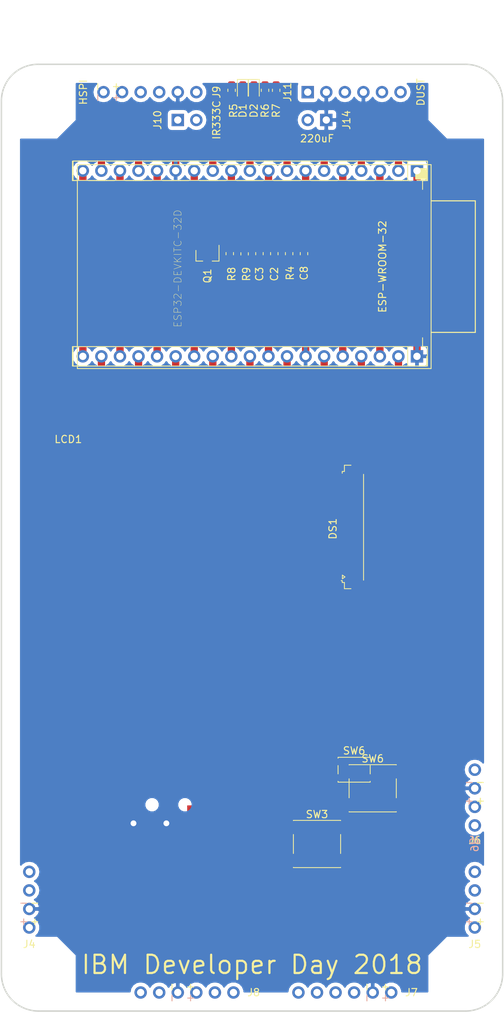
<source format=kicad_pcb>
(kicad_pcb (version 20171130) (host pcbnew "(5.0.1-3-g963ef8bb5)")

  (general
    (thickness 1.6)
    (drawings 9)
    (tracks 60)
    (zones 0)
    (modules 39)
    (nets 61)
  )

  (page A4)
  (layers
    (0 F.Cu signal)
    (31 B.Cu signal)
    (32 B.Adhes user)
    (33 F.Adhes user)
    (34 B.Paste user)
    (35 F.Paste user)
    (36 B.SilkS user)
    (37 F.SilkS user)
    (38 B.Mask user)
    (39 F.Mask user)
    (40 Dwgs.User user)
    (41 Cmts.User user)
    (42 Eco1.User user)
    (43 Eco2.User user)
    (44 Edge.Cuts user)
    (45 Margin user)
    (46 B.CrtYd user)
    (47 F.CrtYd user)
    (48 B.Fab user)
    (49 F.Fab user)
  )

  (setup
    (last_trace_width 0.5)
    (trace_clearance 0.5)
    (zone_clearance 0.508)
    (zone_45_only no)
    (trace_min 0.15)
    (segment_width 0.2)
    (edge_width 0.2)
    (via_size 0.8)
    (via_drill 0.4)
    (via_min_size 0.4)
    (via_min_drill 0.3)
    (uvia_size 0.3)
    (uvia_drill 0.1)
    (uvias_allowed no)
    (uvia_min_size 0.2)
    (uvia_min_drill 0.1)
    (pcb_text_width 0.3)
    (pcb_text_size 1.5 1.5)
    (mod_edge_width 0.15)
    (mod_text_size 1 1)
    (mod_text_width 0.15)
    (pad_size 1.524 1.524)
    (pad_drill 0.762)
    (pad_to_mask_clearance 0.051)
    (solder_mask_min_width 0.25)
    (aux_axis_origin 0 0)
    (visible_elements 7FFFFFFF)
    (pcbplotparams
      (layerselection 0x010fc_ffffffff)
      (usegerberextensions false)
      (usegerberattributes false)
      (usegerberadvancedattributes false)
      (creategerberjobfile false)
      (excludeedgelayer true)
      (linewidth 0.100000)
      (plotframeref false)
      (viasonmask false)
      (mode 1)
      (useauxorigin false)
      (hpglpennumber 1)
      (hpglpenspeed 20)
      (hpglpendiameter 15.000000)
      (psnegative false)
      (psa4output false)
      (plotreference true)
      (plotvalue true)
      (plotinvisibletext false)
      (padsonsilk false)
      (subtractmaskfromsilk false)
      (outputformat 1)
      (mirror false)
      (drillshape 0)
      (scaleselection 1)
      (outputdirectory "gerber1/"))
  )

  (net 0 "")
  (net 1 "Net-(J1-Pad2)")
  (net 2 "Net-(J1-Pad16)")
  (net 3 "Net-(J1-Pad17)")
  (net 4 "Net-(J1-Pad18)")
  (net 5 +3V3)
  (net 6 +5V)
  (net 7 "Net-(J2-Pad19)")
  (net 8 "Net-(J2-Pad17)")
  (net 9 "Net-(J2-Pad5)")
  (net 10 /LCD_DC)
  (net 11 "Net-(J2-Pad18)")
  (net 12 /LCD_RST)
  (net 13 "Net-(J2-Pad4)")
  (net 14 GND)
  (net 15 /GPIO35)
  (net 16 /GPIO34)
  (net 17 /GPIO26)
  (net 18 /GPIO14)
  (net 19 /GPIO25)
  (net 20 /GPIO27)
  (net 21 /VSPI_SCK)
  (net 22 /VSPI_CS)
  (net 23 /VSPI_MISO)
  (net 24 /VSPI_MOSI)
  (net 25 /GPIO39)
  (net 26 /GPIO36)
  (net 27 /GPIO12)
  (net 28 /GPIO13)
  (net 29 /GPIO15)
  (net 30 /GPIO4)
  (net 31 "Net-(J2-Pad14)")
  (net 32 /GPIO32)
  (net 33 /GPIO16)
  (net 34 /GPIO17)
  (net 35 "Net-(D2-Pad1)")
  (net 36 "Net-(D1-Pad1)")
  (net 37 /GPIO2)
  (net 38 /GPIO33)
  (net 39 "Net-(J12-Pad2)")
  (net 40 "Net-(J12-Pad16)")
  (net 41 "Net-(J12-Pad18)")
  (net 42 "Net-(J12-Pad17)")
  (net 43 "Net-(J13-Pad5)")
  (net 44 "Net-(J13-Pad17)")
  (net 45 "Net-(J13-Pad19)")
  (net 46 "Net-(J13-Pad4)")
  (net 47 "Net-(J13-Pad14)")
  (net 48 "Net-(J13-Pad18)")
  (net 49 "Net-(J11-Pad1)")
  (net 50 "Net-(DS1-Pad15)")
  (net 51 "Net-(DS1-Pad18)")
  (net 52 "Net-(DS1-Pad11)")
  (net 53 "Net-(DS1-Pad8)")
  (net 54 "Net-(DS1-Pad17)")
  (net 55 "Net-(DS1-Pad16)")
  (net 56 "Net-(C3-Pad1)")
  (net 57 "Net-(C2-Pad1)")
  (net 58 "Net-(J10-Pad1)")
  (net 59 "Net-(Q1-Pad1)")
  (net 60 "Net-(Q1-Pad3)")

  (net_class Default "This is the default net class."
    (clearance 0.5)
    (trace_width 0.5)
    (via_dia 0.8)
    (via_drill 0.4)
    (uvia_dia 0.3)
    (uvia_drill 0.1)
    (add_net +3V3)
    (add_net +5V)
    (add_net /GPIO12)
    (add_net /GPIO13)
    (add_net /GPIO14)
    (add_net /GPIO15)
    (add_net /GPIO16)
    (add_net /GPIO17)
    (add_net /GPIO2)
    (add_net /GPIO25)
    (add_net /GPIO26)
    (add_net /GPIO27)
    (add_net /GPIO32)
    (add_net /GPIO33)
    (add_net /GPIO34)
    (add_net /GPIO35)
    (add_net /GPIO36)
    (add_net /GPIO39)
    (add_net /GPIO4)
    (add_net /LCD_DC)
    (add_net /LCD_RST)
    (add_net /VSPI_CS)
    (add_net /VSPI_MISO)
    (add_net /VSPI_MOSI)
    (add_net /VSPI_SCK)
    (add_net GND)
    (add_net "Net-(C2-Pad1)")
    (add_net "Net-(C3-Pad1)")
    (add_net "Net-(D1-Pad1)")
    (add_net "Net-(D2-Pad1)")
    (add_net "Net-(DS1-Pad11)")
    (add_net "Net-(DS1-Pad15)")
    (add_net "Net-(DS1-Pad16)")
    (add_net "Net-(DS1-Pad17)")
    (add_net "Net-(DS1-Pad18)")
    (add_net "Net-(DS1-Pad8)")
    (add_net "Net-(J1-Pad16)")
    (add_net "Net-(J1-Pad17)")
    (add_net "Net-(J1-Pad18)")
    (add_net "Net-(J1-Pad2)")
    (add_net "Net-(J10-Pad1)")
    (add_net "Net-(J11-Pad1)")
    (add_net "Net-(J12-Pad16)")
    (add_net "Net-(J12-Pad17)")
    (add_net "Net-(J12-Pad18)")
    (add_net "Net-(J12-Pad2)")
    (add_net "Net-(J13-Pad14)")
    (add_net "Net-(J13-Pad17)")
    (add_net "Net-(J13-Pad18)")
    (add_net "Net-(J13-Pad19)")
    (add_net "Net-(J13-Pad4)")
    (add_net "Net-(J13-Pad5)")
    (add_net "Net-(J2-Pad14)")
    (add_net "Net-(J2-Pad17)")
    (add_net "Net-(J2-Pad18)")
    (add_net "Net-(J2-Pad19)")
    (add_net "Net-(J2-Pad4)")
    (add_net "Net-(J2-Pad5)")
    (add_net "Net-(Q1-Pad1)")
    (add_net "Net-(Q1-Pad3)")
  )

  (net_class "Touch trace" ""
    (clearance 0.5)
    (trace_width 0.18)
    (via_dia 0.8)
    (via_drill 0.4)
    (uvia_dia 0.3)
    (uvia_drill 0.1)
  )

  (module Button_Switch_SMD:SW_SPST_PTS645 (layer F.Cu) (tedit 5A02FC95) (tstamp 5BDC7F3D)
    (at 144.78 119.38)
    (descr "C&K Components SPST SMD PTS645 Series 6mm Tact Switch")
    (tags "SPST Button Switch")
    (path /5BDA7D16)
    (attr smd)
    (fp_text reference SW3 (at 0 -4.05) (layer F.SilkS)
      (effects (font (size 1 1) (thickness 0.15)))
    )
    (fp_text value A (at 0 4.15) (layer F.Fab)
      (effects (font (size 1 1) (thickness 0.15)))
    )
    (fp_circle (center 0 0) (end 1.75 -0.05) (layer F.Fab) (width 0.1))
    (fp_line (start -3.23 3.23) (end 3.23 3.23) (layer F.SilkS) (width 0.12))
    (fp_line (start -3.23 -1.3) (end -3.23 1.3) (layer F.SilkS) (width 0.12))
    (fp_line (start -3.23 -3.23) (end 3.23 -3.23) (layer F.SilkS) (width 0.12))
    (fp_line (start 3.23 -1.3) (end 3.23 1.3) (layer F.SilkS) (width 0.12))
    (fp_line (start -3.23 -3.2) (end -3.23 -3.23) (layer F.SilkS) (width 0.12))
    (fp_line (start -3.23 3.23) (end -3.23 3.2) (layer F.SilkS) (width 0.12))
    (fp_line (start 3.23 3.23) (end 3.23 3.2) (layer F.SilkS) (width 0.12))
    (fp_line (start 3.23 -3.23) (end 3.23 -3.2) (layer F.SilkS) (width 0.12))
    (fp_line (start -5.05 -3.4) (end 5.05 -3.4) (layer F.CrtYd) (width 0.05))
    (fp_line (start -5.05 3.4) (end 5.05 3.4) (layer F.CrtYd) (width 0.05))
    (fp_line (start -5.05 -3.4) (end -5.05 3.4) (layer F.CrtYd) (width 0.05))
    (fp_line (start 5.05 3.4) (end 5.05 -3.4) (layer F.CrtYd) (width 0.05))
    (fp_line (start 3 -3) (end -3 -3) (layer F.Fab) (width 0.1))
    (fp_line (start 3 3) (end 3 -3) (layer F.Fab) (width 0.1))
    (fp_line (start -3 3) (end 3 3) (layer F.Fab) (width 0.1))
    (fp_line (start -3 -3) (end -3 3) (layer F.Fab) (width 0.1))
    (fp_text user %R (at 0 -4.05) (layer F.Fab)
      (effects (font (size 1 1) (thickness 0.15)))
    )
    (pad 2 smd rect (at 3.98 2.25) (size 1.55 1.3) (layers F.Cu F.Paste F.Mask)
      (net 14 GND))
    (pad 1 smd rect (at 3.98 -2.25) (size 1.55 1.3) (layers F.Cu F.Paste F.Mask)
      (net 30 /GPIO4))
    (pad 1 smd rect (at -3.98 -2.25) (size 1.55 1.3) (layers F.Cu F.Paste F.Mask)
      (net 30 /GPIO4))
    (pad 2 smd rect (at -3.98 2.25) (size 1.55 1.3) (layers F.Cu F.Paste F.Mask)
      (net 14 GND))
    (model ${KISYS3DMOD}/Button_Switch_SMD.3dshapes/SW_SPST_PTS645.wrl
      (at (xyz 0 0 0))
      (scale (xyz 1 1 1))
      (rotate (xyz 0 0 0))
    )
  )

  (module Button_Switch_SMD:SW_SPST_PTS645 (layer F.Cu) (tedit 5A02FC95) (tstamp 5C295A7A)
    (at 152.4 111.76)
    (descr "C&K Components SPST SMD PTS645 Series 6mm Tact Switch")
    (tags "SPST Button Switch")
    (path /5BDA9F4D)
    (attr smd)
    (fp_text reference SW6 (at 0 -4.05) (layer F.SilkS)
      (effects (font (size 1 1) (thickness 0.15)))
    )
    (fp_text value B (at 0 4.15) (layer F.Fab)
      (effects (font (size 1 1) (thickness 0.15)))
    )
    (fp_circle (center 0 0) (end 1.75 -0.05) (layer F.Fab) (width 0.1))
    (fp_line (start -3.23 3.23) (end 3.23 3.23) (layer F.SilkS) (width 0.12))
    (fp_line (start -3.23 -1.3) (end -3.23 1.3) (layer F.SilkS) (width 0.12))
    (fp_line (start -3.23 -3.23) (end 3.23 -3.23) (layer F.SilkS) (width 0.12))
    (fp_line (start 3.23 -1.3) (end 3.23 1.3) (layer F.SilkS) (width 0.12))
    (fp_line (start -3.23 -3.2) (end -3.23 -3.23) (layer F.SilkS) (width 0.12))
    (fp_line (start -3.23 3.23) (end -3.23 3.2) (layer F.SilkS) (width 0.12))
    (fp_line (start 3.23 3.23) (end 3.23 3.2) (layer F.SilkS) (width 0.12))
    (fp_line (start 3.23 -3.23) (end 3.23 -3.2) (layer F.SilkS) (width 0.12))
    (fp_line (start -5.05 -3.4) (end 5.05 -3.4) (layer F.CrtYd) (width 0.05))
    (fp_line (start -5.05 3.4) (end 5.05 3.4) (layer F.CrtYd) (width 0.05))
    (fp_line (start -5.05 -3.4) (end -5.05 3.4) (layer F.CrtYd) (width 0.05))
    (fp_line (start 5.05 3.4) (end 5.05 -3.4) (layer F.CrtYd) (width 0.05))
    (fp_line (start 3 -3) (end -3 -3) (layer F.Fab) (width 0.1))
    (fp_line (start 3 3) (end 3 -3) (layer F.Fab) (width 0.1))
    (fp_line (start -3 3) (end 3 3) (layer F.Fab) (width 0.1))
    (fp_line (start -3 -3) (end -3 3) (layer F.Fab) (width 0.1))
    (fp_text user %R (at 0 -4.05) (layer F.Fab)
      (effects (font (size 1 1) (thickness 0.15)))
    )
    (pad 2 smd rect (at 3.98 2.25) (size 1.55 1.3) (layers F.Cu F.Paste F.Mask)
      (net 14 GND))
    (pad 1 smd rect (at 3.98 -2.25) (size 1.55 1.3) (layers F.Cu F.Paste F.Mask)
      (net 37 /GPIO2))
    (pad 1 smd rect (at -3.98 -2.25) (size 1.55 1.3) (layers F.Cu F.Paste F.Mask)
      (net 37 /GPIO2))
    (pad 2 smd rect (at -3.98 2.25) (size 1.55 1.3) (layers F.Cu F.Paste F.Mask)
      (net 14 GND))
    (model ${KISYS3DMOD}/Button_Switch_SMD.3dshapes/SW_SPST_PTS645.wrl
      (at (xyz 0 0 0))
      (scale (xyz 1 1 1))
      (rotate (xyz 0 0 0))
    )
  )

  (module Button_Switch_SMD:SW_SPST_PTS810 (layer F.Cu) (tedit 5B0610A8) (tstamp 5C295A7A)
    (at 149.86 109.22)
    (descr "C&K Components, PTS 810 Series, Microminiature SMT Top Actuated, http://www.ckswitches.com/media/1476/pts810.pdf")
    (tags "SPST Button Switch")
    (path /5BDA9F4D)
    (attr smd)
    (fp_text reference SW6 (at 0 -2.6) (layer F.SilkS)
      (effects (font (size 1 1) (thickness 0.15)))
    )
    (fp_text value B (at 0 2.6) (layer F.Fab)
      (effects (font (size 1 1) (thickness 0.15)))
    )
    (fp_arc (start 0.4 0) (end 0.4 -1.1) (angle 180) (layer F.Fab) (width 0.1))
    (fp_line (start 2.1 1.6) (end 2.1 -1.6) (layer F.Fab) (width 0.1))
    (fp_line (start 2.1 -1.6) (end -2.1 -1.6) (layer F.Fab) (width 0.1))
    (fp_line (start -2.1 -1.6) (end -2.1 1.6) (layer F.Fab) (width 0.1))
    (fp_line (start -2.1 1.6) (end 2.1 1.6) (layer F.Fab) (width 0.1))
    (fp_arc (start -0.4 0) (end -0.4 1.1) (angle 180) (layer F.Fab) (width 0.1))
    (fp_line (start -0.4 -1.1) (end 0.4 -1.1) (layer F.Fab) (width 0.1))
    (fp_line (start 0.4 1.1) (end -0.4 1.1) (layer F.Fab) (width 0.1))
    (fp_line (start 2.2 -1.7) (end -2.2 -1.7) (layer F.SilkS) (width 0.12))
    (fp_line (start -2.2 -1.7) (end -2.2 -1.58) (layer F.SilkS) (width 0.12))
    (fp_line (start -2.2 -0.57) (end -2.2 0.57) (layer F.SilkS) (width 0.12))
    (fp_line (start -2.2 1.58) (end -2.2 1.7) (layer F.SilkS) (width 0.12))
    (fp_line (start -2.2 1.7) (end 2.2 1.7) (layer F.SilkS) (width 0.12))
    (fp_line (start 2.2 1.7) (end 2.2 1.58) (layer F.SilkS) (width 0.12))
    (fp_line (start 2.2 0.57) (end 2.2 -0.57) (layer F.SilkS) (width 0.12))
    (fp_line (start 2.2 -1.58) (end 2.2 -1.7) (layer F.SilkS) (width 0.12))
    (fp_text user %R (at 0 0) (layer F.Fab)
      (effects (font (size 0.6 0.6) (thickness 0.09)))
    )
    (fp_line (start 2.85 -1.85) (end 2.85 1.85) (layer F.CrtYd) (width 0.05))
    (fp_line (start 2.85 1.85) (end -2.85 1.85) (layer F.CrtYd) (width 0.05))
    (fp_line (start -2.85 1.85) (end -2.85 -1.85) (layer F.CrtYd) (width 0.05))
    (fp_line (start -2.85 -1.85) (end 2.85 -1.85) (layer F.CrtYd) (width 0.05))
    (pad 2 smd rect (at 2.075 1.075) (size 1.05 0.65) (layers F.Cu F.Paste F.Mask)
      (net 14 GND))
    (pad 2 smd rect (at -2.075 1.075) (size 1.05 0.65) (layers F.Cu F.Paste F.Mask)
      (net 14 GND))
    (pad 1 smd rect (at 2.075 -1.075) (size 1.05 0.65) (layers F.Cu F.Paste F.Mask)
      (net 37 /GPIO2))
    (pad 1 smd rect (at -2.075 -1.075) (size 1.05 0.65) (layers F.Cu F.Paste F.Mask)
      (net 37 /GPIO2))
    (model ${KISYS3DMOD}/Button_Switch_SMD.3dshapes/SW_SPST_PTS810.wrl
      (at (xyz 0 0 0))
      (scale (xyz 1 1 1))
      (rotate (xyz 0 0 0))
    )
  )

  (module custom_footprint:PinSocket_1x06_P2.54mm_Vertical_NO3D_3S (layer F.Cu) (tedit 5BDB74D2) (tstamp 5C2DC0BC)
    (at 133.35 139.7 270)
    (descr "Through hole straight socket strip, 1x06, 2.54mm pitch, single row (from Kicad 4.0.7), script generated")
    (tags "Through hole socket strip THT 1x06 2.54mm single row")
    (path /5BD7D1AF)
    (fp_text reference J8 (at 0 -2.77) (layer F.SilkS)
      (effects (font (size 1 1) (thickness 0.15)))
    )
    (fp_text value DAC_2 (at 0 15.47 270) (layer F.Fab)
      (effects (font (size 1 1) (thickness 0.15)))
    )
    (fp_text user %R (at 0 6.35) (layer F.Fab)
      (effects (font (size 1 1) (thickness 0.15)))
    )
    (fp_line (start -1.8 14.45) (end -1.8 -1.8) (layer F.CrtYd) (width 0.05))
    (fp_line (start 1.75 14.45) (end -1.8 14.45) (layer F.CrtYd) (width 0.05))
    (fp_line (start 1.75 -1.8) (end 1.75 14.45) (layer F.CrtYd) (width 0.05))
    (fp_line (start -1.8 -1.8) (end 1.75 -1.8) (layer F.CrtYd) (width 0.05))
    (fp_line (start -1.27 13.97) (end -1.27 -1.27) (layer F.Fab) (width 0.1))
    (fp_line (start 1.27 13.97) (end -1.27 13.97) (layer F.Fab) (width 0.1))
    (fp_line (start 1.27 -0.635) (end 1.27 13.97) (layer F.Fab) (width 0.1))
    (fp_line (start 0.635 -1.27) (end 1.27 -0.635) (layer F.Fab) (width 0.1))
    (fp_line (start -1.27 -1.27) (end 0.635 -1.27) (layer F.Fab) (width 0.1))
    (fp_text user - (at 0.762 8.4836 90) (layer B.SilkS)
      (effects (font (size 1 1) (thickness 0.15)) (justify mirror))
    )
    (fp_text user + (at 0.762 5.9436 270) (layer B.SilkS)
      (effects (font (size 1 1) (thickness 0.15)) (justify mirror))
    )
    (fp_text user - (at -0.762 8.4836 90) (layer F.SilkS)
      (effects (font (size 1 1) (thickness 0.15)))
    )
    (fp_text user + (at -0.762 5.9436 270) (layer F.SilkS)
      (effects (font (size 1 1) (thickness 0.15)))
    )
    (pad 6 thru_hole oval (at 0 12.7 270) (size 1.7 1.7) (drill 1) (layers *.Cu *.Mask)
      (net 17 /GPIO26))
    (pad 5 thru_hole oval (at 0 10.16 270) (size 1.7 1.7) (drill 1) (layers *.Cu *.Mask)
      (net 38 /GPIO33))
    (pad 4 thru_hole oval (at 0 7.62 270) (size 1.7 1.7) (drill 1) (layers *.Cu *.Mask)
      (net 14 GND))
    (pad 3 thru_hole circle (at 0 5.08 270) (size 1.7 1.7) (drill 1) (layers *.Cu *.Mask)
      (net 5 +3V3))
    (pad 2 thru_hole oval (at 0 2.54 270) (size 1.7 1.7) (drill 1) (layers *.Cu *.Mask)
      (net 19 /GPIO25))
    (pad 1 thru_hole circle (at 0 0 270) (size 1.7 1.7) (drill 1) (layers *.Cu *.Mask)
      (net 20 /GPIO27))
  )

  (module custom_footprint:PinSocket_1x06_P2.54mm_Vertical_NO3D_1S (layer F.Cu) (tedit 5BDB74EA) (tstamp 5C2ED9EA)
    (at 154.94 139.7 270)
    (descr "Through hole straight socket strip, 1x06, 2.54mm pitch, single row (from Kicad 4.0.7), script generated")
    (tags "Through hole socket strip THT 1x06 2.54mm single row")
    (path /5BD74CB2)
    (fp_text reference J7 (at 0 -2.77) (layer F.SilkS)
      (effects (font (size 1 1) (thickness 0.15)))
    )
    (fp_text value DAC_1 (at 0 15.47 270) (layer F.Fab)
      (effects (font (size 1 1) (thickness 0.15)))
    )
    (fp_line (start -1.27 -1.27) (end 0.635 -1.27) (layer F.Fab) (width 0.1))
    (fp_line (start 0.635 -1.27) (end 1.27 -0.635) (layer F.Fab) (width 0.1))
    (fp_line (start 1.27 -0.635) (end 1.27 13.97) (layer F.Fab) (width 0.1))
    (fp_line (start 1.27 13.97) (end -1.27 13.97) (layer F.Fab) (width 0.1))
    (fp_line (start -1.27 13.97) (end -1.27 -1.27) (layer F.Fab) (width 0.1))
    (fp_line (start -1.8 -1.8) (end 1.75 -1.8) (layer F.CrtYd) (width 0.05))
    (fp_line (start 1.75 -1.8) (end 1.75 14.45) (layer F.CrtYd) (width 0.05))
    (fp_line (start 1.75 14.45) (end -1.8 14.45) (layer F.CrtYd) (width 0.05))
    (fp_line (start -1.8 14.45) (end -1.8 -1.8) (layer F.CrtYd) (width 0.05))
    (fp_text user %R (at 0 6.35) (layer F.Fab)
      (effects (font (size 1 1) (thickness 0.15)))
    )
    (fp_text user + (at -0.762 0.8636 270) (layer F.SilkS)
      (effects (font (size 1 1) (thickness 0.15)))
    )
    (fp_text user - (at -0.762 3.4036 90) (layer F.SilkS)
      (effects (font (size 1 1) (thickness 0.15)))
    )
    (fp_text user + (at 0.762 0.8636 270) (layer B.SilkS)
      (effects (font (size 1 1) (thickness 0.15)) (justify mirror))
    )
    (fp_text user - (at 0.762 3.4036 90) (layer B.SilkS)
      (effects (font (size 1 1) (thickness 0.15)) (justify mirror))
    )
    (pad 1 thru_hole circle (at 0 0 270) (size 1.7 1.7) (drill 1) (layers *.Cu *.Mask)
      (net 5 +3V3))
    (pad 2 thru_hole oval (at 0 2.54 270) (size 1.7 1.7) (drill 1) (layers *.Cu *.Mask)
      (net 14 GND))
    (pad 3 thru_hole oval (at 0 5.08 270) (size 1.7 1.7) (drill 1) (layers *.Cu *.Mask)
      (net 17 /GPIO26))
    (pad 4 thru_hole oval (at 0 7.62 270) (size 1.7 1.7) (drill 1) (layers *.Cu *.Mask)
      (net 19 /GPIO25))
    (pad 5 thru_hole oval (at 0 10.16 270) (size 1.7 1.7) (drill 1) (layers *.Cu *.Mask)
      (net 38 /GPIO33))
    (pad 6 thru_hole oval (at 0 12.7 270) (size 1.7 1.7) (drill 1) (layers *.Cu *.Mask)
      (net 20 /GPIO27))
  )

  (module custom_footprint:PinSocket_1x04_P2.54mm_Vertical_NO3D_1S (layer F.Cu) (tedit 5BDB749D) (tstamp 5C294355)
    (at 105.41 130.81 180)
    (descr "Through hole straight socket strip, 1x04, 2.54mm pitch, single row (from Kicad 4.0.7), script generated")
    (tags "Through hole socket strip THT 1x04 2.54mm single row")
    (path /5BD6C753)
    (fp_text reference J4 (at 0 -2.286) (layer F.SilkS)
      (effects (font (size 1 1) (thickness 0.15)))
    )
    (fp_text value ADC_3 (at 0 10.39 180) (layer F.Fab)
      (effects (font (size 1 1) (thickness 0.15)))
    )
    (fp_line (start -1.27 -1.27) (end 0.635 -1.27) (layer F.Fab) (width 0.1))
    (fp_line (start 0.635 -1.27) (end 1.27 -0.635) (layer F.Fab) (width 0.1))
    (fp_line (start 1.27 -0.635) (end 1.27 8.89) (layer F.Fab) (width 0.1))
    (fp_line (start 1.27 8.89) (end -1.27 8.89) (layer F.Fab) (width 0.1))
    (fp_line (start -1.27 8.89) (end -1.27 -1.27) (layer F.Fab) (width 0.1))
    (fp_line (start -1.8 -1.8) (end 1.75 -1.8) (layer F.CrtYd) (width 0.05))
    (fp_line (start 1.75 -1.8) (end 1.75 9.4) (layer F.CrtYd) (width 0.05))
    (fp_line (start 1.75 9.4) (end -1.8 9.4) (layer F.CrtYd) (width 0.05))
    (fp_line (start -1.8 9.4) (end -1.8 -1.8) (layer F.CrtYd) (width 0.05))
    (fp_text user %R (at 0 3.81 -90) (layer F.Fab)
      (effects (font (size 1 1) (thickness 0.15)))
    )
    (fp_text user - (at 0.762 3.4036) (layer B.SilkS)
      (effects (font (size 1 1) (thickness 0.15)) (justify mirror))
    )
    (fp_text user + (at 0.762 0.8636 180) (layer B.SilkS)
      (effects (font (size 1 1) (thickness 0.15)) (justify mirror))
    )
    (fp_text user - (at -0.762 3.4036) (layer F.SilkS)
      (effects (font (size 1 1) (thickness 0.15)))
    )
    (fp_text user + (at -0.762 0.8636 180) (layer F.SilkS)
      (effects (font (size 1 1) (thickness 0.15)))
    )
    (pad 1 thru_hole circle (at 0 0 180) (size 1.7 1.7) (drill 1) (layers *.Cu *.Mask)
      (net 5 +3V3))
    (pad 2 thru_hole oval (at 0 2.54 180) (size 1.7 1.7) (drill 1) (layers *.Cu *.Mask)
      (net 14 GND))
    (pad 3 thru_hole oval (at 0 5.08 180) (size 1.7 1.7) (drill 1) (layers *.Cu *.Mask)
      (net 16 /GPIO34))
    (pad 4 thru_hole oval (at 0 7.62 180) (size 1.7 1.7) (drill 1) (layers *.Cu *.Mask)
      (net 15 /GPIO35))
  )

  (module custom_footprint:PinSocket_1x04_P2.54mm_Vertical_NO3D_1S (layer F.Cu) (tedit 5BDB749D) (tstamp 5C2EFE9F)
    (at 166.37 130.81 180)
    (descr "Through hole straight socket strip, 1x04, 2.54mm pitch, single row (from Kicad 4.0.7), script generated")
    (tags "Through hole socket strip THT 1x04 2.54mm single row")
    (path /5BD787C2)
    (fp_text reference J5 (at 0 -2.286) (layer F.SilkS)
      (effects (font (size 1 1) (thickness 0.15)))
    )
    (fp_text value ADC_2 (at 0 10.39 180) (layer F.Fab)
      (effects (font (size 1 1) (thickness 0.15)))
    )
    (fp_line (start -1.27 -1.27) (end 0.635 -1.27) (layer F.Fab) (width 0.1))
    (fp_line (start 0.635 -1.27) (end 1.27 -0.635) (layer F.Fab) (width 0.1))
    (fp_line (start 1.27 -0.635) (end 1.27 8.89) (layer F.Fab) (width 0.1))
    (fp_line (start 1.27 8.89) (end -1.27 8.89) (layer F.Fab) (width 0.1))
    (fp_line (start -1.27 8.89) (end -1.27 -1.27) (layer F.Fab) (width 0.1))
    (fp_line (start -1.8 -1.8) (end 1.75 -1.8) (layer F.CrtYd) (width 0.05))
    (fp_line (start 1.75 -1.8) (end 1.75 9.4) (layer F.CrtYd) (width 0.05))
    (fp_line (start 1.75 9.4) (end -1.8 9.4) (layer F.CrtYd) (width 0.05))
    (fp_line (start -1.8 9.4) (end -1.8 -1.8) (layer F.CrtYd) (width 0.05))
    (fp_text user %R (at 0 3.81 -90) (layer F.Fab)
      (effects (font (size 1 1) (thickness 0.15)))
    )
    (fp_text user - (at 0.762 3.4036) (layer B.SilkS)
      (effects (font (size 1 1) (thickness 0.15)) (justify mirror))
    )
    (fp_text user + (at 0.762 0.8636 180) (layer B.SilkS)
      (effects (font (size 1 1) (thickness 0.15)) (justify mirror))
    )
    (fp_text user - (at -0.762 3.4036) (layer F.SilkS)
      (effects (font (size 1 1) (thickness 0.15)))
    )
    (fp_text user + (at -0.762 0.8636 180) (layer F.SilkS)
      (effects (font (size 1 1) (thickness 0.15)))
    )
    (pad 1 thru_hole circle (at 0 0 180) (size 1.7 1.7) (drill 1) (layers *.Cu *.Mask)
      (net 5 +3V3))
    (pad 2 thru_hole oval (at 0 2.54 180) (size 1.7 1.7) (drill 1) (layers *.Cu *.Mask)
      (net 14 GND))
    (pad 3 thru_hole oval (at 0 5.08 180) (size 1.7 1.7) (drill 1) (layers *.Cu *.Mask)
      (net 26 /GPIO36))
    (pad 4 thru_hole oval (at 0 7.62 180) (size 1.7 1.7) (drill 1) (layers *.Cu *.Mask)
      (net 25 /GPIO39))
  )

  (module custom_footprint:PinSocket_1x04_P2.54mm_Vertical_NO3D_2S (layer F.Cu) (tedit 5BDB7571) (tstamp 5C2E6C3B)
    (at 166.37 116.84 180)
    (descr "Through hole straight socket strip, 1x04, 2.54mm pitch, single row (from Kicad 4.0.7), script generated")
    (tags "Through hole socket strip THT 1x04 2.54mm single row")
    (path /5BD7E1EB)
    (fp_text reference J6 (at 0 -2.032) (layer F.SilkS)
      (effects (font (size 1 1) (thickness 0.15)))
    )
    (fp_text value ADC_1 (at 0 10.39 180) (layer F.Fab)
      (effects (font (size 1 1) (thickness 0.15)))
    )
    (fp_text user %R (at 0 3.81 -90) (layer F.Fab)
      (effects (font (size 1 1) (thickness 0.15)))
    )
    (fp_line (start -1.8 9.4) (end -1.8 -1.8) (layer F.CrtYd) (width 0.05))
    (fp_line (start 1.75 9.4) (end -1.8 9.4) (layer F.CrtYd) (width 0.05))
    (fp_line (start 1.75 -1.8) (end 1.75 9.4) (layer F.CrtYd) (width 0.05))
    (fp_line (start -1.8 -1.8) (end 1.75 -1.8) (layer F.CrtYd) (width 0.05))
    (fp_line (start -1.27 8.89) (end -1.27 -1.27) (layer F.Fab) (width 0.1))
    (fp_line (start 1.27 8.89) (end -1.27 8.89) (layer F.Fab) (width 0.1))
    (fp_line (start 1.27 -0.635) (end 1.27 8.89) (layer F.Fab) (width 0.1))
    (fp_line (start 0.635 -1.27) (end 1.27 -0.635) (layer F.Fab) (width 0.1))
    (fp_line (start -1.27 -1.27) (end 0.635 -1.27) (layer F.Fab) (width 0.1))
    (fp_text user - (at 0.762 5.9436) (layer B.SilkS)
      (effects (font (size 1 1) (thickness 0.15)) (justify mirror))
    )
    (fp_text user + (at 0.762 3.4036 180) (layer B.SilkS)
      (effects (font (size 1 1) (thickness 0.15)) (justify mirror))
    )
    (fp_text user - (at -0.762 5.9436) (layer F.SilkS)
      (effects (font (size 1 1) (thickness 0.15)))
    )
    (fp_text user + (at -0.762 3.4036 180) (layer F.SilkS)
      (effects (font (size 1 1) (thickness 0.15)))
    )
    (pad 4 thru_hole oval (at 0 7.62 180) (size 1.7 1.7) (drill 1) (layers *.Cu *.Mask)
      (net 56 "Net-(C3-Pad1)"))
    (pad 3 thru_hole oval (at 0 5.08 180) (size 1.7 1.7) (drill 1) (layers *.Cu *.Mask)
      (net 14 GND))
    (pad 2 thru_hole circle (at 0 2.54 180) (size 1.7 1.7) (drill 1) (layers *.Cu *.Mask)
      (net 5 +3V3))
    (pad 1 thru_hole circle (at 0 0 180) (size 1.7 1.7) (drill 1) (layers *.Cu *.Mask)
      (net 57 "Net-(C2-Pad1)"))
  )

  (module custom_footprint:PinSocket_1x04_P2.54mm_Vertical_NO3D_2S (layer F.Cu) (tedit 5BDB7552) (tstamp 5C2E6C3B)
    (at 166.37 116.84 180)
    (descr "Through hole straight socket strip, 1x04, 2.54mm pitch, single row (from Kicad 4.0.7), script generated")
    (tags "Through hole socket strip THT 1x04 2.54mm single row")
    (path /5BD7E1EB)
    (fp_text reference J6 (at 0 -2.032) (layer B.SilkS)
      (effects (font (size 1 1) (thickness 0.15)) (justify mirror))
    )
    (fp_text value ADC_1 (at 0 10.39 180) (layer F.Fab)
      (effects (font (size 1 1) (thickness 0.15)))
    )
    (fp_text user %R (at 0 3.81 -90) (layer F.Fab)
      (effects (font (size 1 1) (thickness 0.15)))
    )
    (fp_line (start -1.8 9.4) (end -1.8 -1.8) (layer F.CrtYd) (width 0.05))
    (fp_line (start 1.75 9.4) (end -1.8 9.4) (layer F.CrtYd) (width 0.05))
    (fp_line (start 1.75 -1.8) (end 1.75 9.4) (layer F.CrtYd) (width 0.05))
    (fp_line (start -1.8 -1.8) (end 1.75 -1.8) (layer F.CrtYd) (width 0.05))
    (fp_line (start -1.27 8.89) (end -1.27 -1.27) (layer F.Fab) (width 0.1))
    (fp_line (start 1.27 8.89) (end -1.27 8.89) (layer F.Fab) (width 0.1))
    (fp_line (start 1.27 -0.635) (end 1.27 8.89) (layer F.Fab) (width 0.1))
    (fp_line (start 0.635 -1.27) (end 1.27 -0.635) (layer F.Fab) (width 0.1))
    (fp_line (start -1.27 -1.27) (end 0.635 -1.27) (layer F.Fab) (width 0.1))
    (fp_text user - (at 0.762 5.9436) (layer B.SilkS)
      (effects (font (size 1 1) (thickness 0.15)) (justify mirror))
    )
    (fp_text user + (at 0.762 3.4036 180) (layer B.SilkS)
      (effects (font (size 1 1) (thickness 0.15)) (justify mirror))
    )
    (fp_text user - (at -0.762 5.9436) (layer F.SilkS)
      (effects (font (size 1 1) (thickness 0.15)))
    )
    (fp_text user + (at -0.762 3.4036 180) (layer F.SilkS)
      (effects (font (size 1 1) (thickness 0.15)))
    )
    (pad 4 thru_hole oval (at 0 7.62 180) (size 1.7 1.7) (drill 1) (layers *.Cu *.Mask)
      (net 56 "Net-(C3-Pad1)"))
    (pad 3 thru_hole oval (at 0 5.08 180) (size 1.7 1.7) (drill 1) (layers *.Cu *.Mask)
      (net 14 GND))
    (pad 2 thru_hole circle (at 0 2.54 180) (size 1.7 1.7) (drill 1) (layers *.Cu *.Mask)
      (net 5 +3V3))
    (pad 1 thru_hole circle (at 0 0 180) (size 1.7 1.7) (drill 1) (layers *.Cu *.Mask)
      (net 57 "Net-(C2-Pad1)"))
  )

  (module custom_footprint:PinSocket_1x04_P2.54mm_Vertical_NO3D_2S (layer F.Cu) (tedit 5BDB75A6) (tstamp 5C2E6C3B)
    (at 166.37 116.84 180)
    (descr "Through hole straight socket strip, 1x04, 2.54mm pitch, single row (from Kicad 4.0.7), script generated")
    (tags "Through hole socket strip THT 1x04 2.54mm single row")
    (path /5BD7E1EB)
    (fp_text reference J6 (at 0 -2.77 90) (layer B.SilkS)
      (effects (font (size 1 1) (thickness 0.15)) (justify mirror))
    )
    (fp_text value ADC_1 (at 0 10.39 180) (layer F.Fab)
      (effects (font (size 1 1) (thickness 0.15)))
    )
    (fp_text user %R (at 0 3.81 -90) (layer F.Fab)
      (effects (font (size 1 1) (thickness 0.15)))
    )
    (fp_line (start -1.8 9.4) (end -1.8 -1.8) (layer F.CrtYd) (width 0.05))
    (fp_line (start 1.75 9.4) (end -1.8 9.4) (layer F.CrtYd) (width 0.05))
    (fp_line (start 1.75 -1.8) (end 1.75 9.4) (layer F.CrtYd) (width 0.05))
    (fp_line (start -1.8 -1.8) (end 1.75 -1.8) (layer F.CrtYd) (width 0.05))
    (fp_line (start -1.27 8.89) (end -1.27 -1.27) (layer F.Fab) (width 0.1))
    (fp_line (start 1.27 8.89) (end -1.27 8.89) (layer F.Fab) (width 0.1))
    (fp_line (start 1.27 -0.635) (end 1.27 8.89) (layer F.Fab) (width 0.1))
    (fp_line (start 0.635 -1.27) (end 1.27 -0.635) (layer F.Fab) (width 0.1))
    (fp_line (start -1.27 -1.27) (end 0.635 -1.27) (layer F.Fab) (width 0.1))
    (fp_text user - (at 0.762 5.9436) (layer B.SilkS)
      (effects (font (size 1 1) (thickness 0.15)) (justify mirror))
    )
    (fp_text user + (at 0.762 3.4036 180) (layer B.SilkS)
      (effects (font (size 1 1) (thickness 0.15)) (justify mirror))
    )
    (fp_text user - (at -0.762 5.9436) (layer F.SilkS)
      (effects (font (size 1 1) (thickness 0.15)))
    )
    (fp_text user + (at -0.762 3.4036 180) (layer F.SilkS)
      (effects (font (size 1 1) (thickness 0.15)))
    )
    (pad 4 thru_hole oval (at 0 7.62 180) (size 1.7 1.7) (drill 1) (layers *.Cu *.Mask)
      (net 56 "Net-(C3-Pad1)"))
    (pad 3 thru_hole oval (at 0 5.08 180) (size 1.7 1.7) (drill 1) (layers *.Cu *.Mask)
      (net 14 GND))
    (pad 2 thru_hole circle (at 0 2.54 180) (size 1.7 1.7) (drill 1) (layers *.Cu *.Mask)
      (net 5 +3V3))
    (pad 1 thru_hole circle (at 0 0 180) (size 1.7 1.7) (drill 1) (layers *.Cu *.Mask)
      (net 57 "Net-(C2-Pad1)"))
  )

  (module custom_footprint:PinSocket_1x04_P2.54mm_Vertical_NO3D_2S (layer F.Cu) (tedit 5BDB759E) (tstamp 5C2FFF19)
    (at 166.37 116.84 180)
    (descr "Through hole straight socket strip, 1x04, 2.54mm pitch, single row (from Kicad 4.0.7), script generated")
    (tags "Through hole socket strip THT 1x04 2.54mm single row")
    (path /5BD7E1EB)
    (fp_text reference J6 (at 0 -2.77 90) (layer B.SilkS)
      (effects (font (size 1 1) (thickness 0.15)) (justify mirror))
    )
    (fp_text value ADC_1 (at 0 10.39 180) (layer F.Fab)
      (effects (font (size 1 1) (thickness 0.15)))
    )
    (fp_text user %R (at 0 3.81 -90) (layer F.Fab)
      (effects (font (size 1 1) (thickness 0.15)))
    )
    (fp_line (start -1.8 9.4) (end -1.8 -1.8) (layer F.CrtYd) (width 0.05))
    (fp_line (start 1.75 9.4) (end -1.8 9.4) (layer F.CrtYd) (width 0.05))
    (fp_line (start 1.75 -1.8) (end 1.75 9.4) (layer F.CrtYd) (width 0.05))
    (fp_line (start -1.8 -1.8) (end 1.75 -1.8) (layer F.CrtYd) (width 0.05))
    (fp_line (start -1.27 8.89) (end -1.27 -1.27) (layer F.Fab) (width 0.1))
    (fp_line (start 1.27 8.89) (end -1.27 8.89) (layer F.Fab) (width 0.1))
    (fp_line (start 1.27 -0.635) (end 1.27 8.89) (layer F.Fab) (width 0.1))
    (fp_line (start 0.635 -1.27) (end 1.27 -0.635) (layer F.Fab) (width 0.1))
    (fp_line (start -1.27 -1.27) (end 0.635 -1.27) (layer F.Fab) (width 0.1))
    (fp_text user - (at 0.762 5.9436) (layer B.SilkS)
      (effects (font (size 1 1) (thickness 0.15)) (justify mirror))
    )
    (fp_text user + (at 0.762 3.4036 180) (layer B.SilkS)
      (effects (font (size 1 1) (thickness 0.15)) (justify mirror))
    )
    (fp_text user - (at -0.762 5.9436) (layer F.SilkS)
      (effects (font (size 1 1) (thickness 0.15)))
    )
    (fp_text user + (at -0.762 3.4036 180) (layer F.SilkS)
      (effects (font (size 1 1) (thickness 0.15)))
    )
    (pad 4 thru_hole oval (at 0 7.62 180) (size 1.7 1.7) (drill 1) (layers *.Cu *.Mask)
      (net 56 "Net-(C3-Pad1)"))
    (pad 3 thru_hole oval (at 0 5.08 180) (size 1.7 1.7) (drill 1) (layers *.Cu *.Mask)
      (net 14 GND))
    (pad 2 thru_hole circle (at 0 2.54 180) (size 1.7 1.7) (drill 1) (layers *.Cu *.Mask)
      (net 5 +3V3))
    (pad 1 thru_hole circle (at 0 0 180) (size 1.7 1.7) (drill 1) (layers *.Cu *.Mask)
      (net 57 "Net-(C2-Pad1)"))
  )

  (module custom_footprint:PinSocket_1x02_P2.54mm_Vertical_NO3D (layer F.Cu) (tedit 5BDB7373) (tstamp 5C2D5867)
    (at 146.05 20.32 270)
    (descr "Through hole straight socket strip, 1x02, 2.54mm pitch, single row (from Kicad 4.0.7), script generated")
    (tags "Through hole socket strip THT 1x02 2.54mm single row")
    (path /5C07B744)
    (fp_text reference J14 (at 0 -2.77 270) (layer F.SilkS)
      (effects (font (size 1 1) (thickness 0.15)))
    )
    (fp_text value 220uF (at 2.54 1.27) (layer F.SilkS)
      (effects (font (size 1 1) (thickness 0.15)))
    )
    (fp_line (start -1.27 -1.27) (end 0.635 -1.27) (layer F.Fab) (width 0.1))
    (fp_line (start 0.635 -1.27) (end 1.27 -0.635) (layer F.Fab) (width 0.1))
    (fp_line (start 1.27 -0.635) (end 1.27 3.81) (layer F.Fab) (width 0.1))
    (fp_line (start 1.27 3.81) (end -1.27 3.81) (layer F.Fab) (width 0.1))
    (fp_line (start -1.27 3.81) (end -1.27 -1.27) (layer F.Fab) (width 0.1))
    (fp_line (start -1.8 -1.8) (end 1.75 -1.8) (layer F.CrtYd) (width 0.05))
    (fp_line (start 1.75 -1.8) (end 1.75 4.3) (layer F.CrtYd) (width 0.05))
    (fp_line (start 1.75 4.3) (end -1.8 4.3) (layer F.CrtYd) (width 0.05))
    (fp_line (start -1.8 4.3) (end -1.8 -1.8) (layer F.CrtYd) (width 0.05))
    (fp_text user %R (at 0 1.27) (layer F.Fab)
      (effects (font (size 1 1) (thickness 0.15)))
    )
    (pad 1 thru_hole rect (at 0 0 270) (size 1.7 1.7) (drill 1) (layers *.Cu *.Mask)
      (net 14 GND))
    (pad 2 thru_hole oval (at 0 2.54 270) (size 1.7 1.7) (drill 1) (layers *.Cu *.Mask)
      (net 49 "Net-(J11-Pad1)"))
  )

  (module custom_footprint:PinSocket_1x06_P2.54mm_Vertical_NO3D (layer F.Cu) (tedit 5BDB73B8) (tstamp 5C29445C)
    (at 143.51 16.51 90)
    (descr "Through hole straight socket strip, 1x06, 2.54mm pitch, single row (from Kicad 4.0.7), script generated")
    (tags "Through hole socket strip THT 1x06 2.54mm single row")
    (path /5BEBD3AB)
    (fp_text reference J11 (at 0 -2.77 270) (layer F.SilkS)
      (effects (font (size 1 1) (thickness 0.15)))
    )
    (fp_text value DUST (at 0 15.47 90) (layer F.SilkS)
      (effects (font (size 1 1) (thickness 0.15)))
    )
    (fp_line (start -1.27 -1.27) (end 0.635 -1.27) (layer F.Fab) (width 0.1))
    (fp_line (start 0.635 -1.27) (end 1.27 -0.635) (layer F.Fab) (width 0.1))
    (fp_line (start 1.27 -0.635) (end 1.27 13.97) (layer F.Fab) (width 0.1))
    (fp_line (start 1.27 13.97) (end -1.27 13.97) (layer F.Fab) (width 0.1))
    (fp_line (start -1.27 13.97) (end -1.27 -1.27) (layer F.Fab) (width 0.1))
    (fp_line (start -1.8 -1.8) (end 1.75 -1.8) (layer F.CrtYd) (width 0.05))
    (fp_line (start 1.75 -1.8) (end 1.75 14.45) (layer F.CrtYd) (width 0.05))
    (fp_line (start 1.75 14.45) (end -1.8 14.45) (layer F.CrtYd) (width 0.05))
    (fp_line (start -1.8 14.45) (end -1.8 -1.8) (layer F.CrtYd) (width 0.05))
    (fp_text user %R (at 0 6.35 180) (layer F.Fab)
      (effects (font (size 1 1) (thickness 0.15)))
    )
    (pad 1 thru_hole rect (at 0 0 90) (size 1.7 1.7) (drill 1) (layers *.Cu *.Mask)
      (net 49 "Net-(J11-Pad1)"))
    (pad 2 thru_hole oval (at 0 2.54 90) (size 1.7 1.7) (drill 1) (layers *.Cu *.Mask)
      (net 14 GND))
    (pad 3 thru_hole oval (at 0 5.08 90) (size 1.7 1.7) (drill 1) (layers *.Cu *.Mask)
      (net 32 /GPIO32))
    (pad 4 thru_hole oval (at 0 7.62 90) (size 1.7 1.7) (drill 1) (layers *.Cu *.Mask)
      (net 14 GND))
    (pad 5 thru_hole oval (at 0 10.16 90) (size 1.7 1.7) (drill 1) (layers *.Cu *.Mask)
      (net 26 /GPIO36))
    (pad 6 thru_hole oval (at 0 12.7 90) (size 1.7 1.7) (drill 1) (layers *.Cu *.Mask)
      (net 5 +3V3))
  )

  (module custom_footprint:PinSocket_1x02_P2.54mm_Vertical_NO3D (layer F.Cu) (tedit 5BDB7373) (tstamp 5C2FD601)
    (at 125.73 20.32 90)
    (descr "Through hole straight socket strip, 1x02, 2.54mm pitch, single row (from Kicad 4.0.7), script generated")
    (tags "Through hole socket strip THT 1x02 2.54mm single row")
    (path /5C1A5F98)
    (fp_text reference J10 (at 0 -2.77 90) (layer F.SilkS)
      (effects (font (size 1 1) (thickness 0.15)))
    )
    (fp_text value IR333C (at 0 5.31 90) (layer F.SilkS)
      (effects (font (size 1 1) (thickness 0.15)))
    )
    (fp_text user %R (at 0 1.27 180) (layer F.Fab)
      (effects (font (size 1 1) (thickness 0.15)))
    )
    (fp_line (start -1.8 4.3) (end -1.8 -1.8) (layer F.CrtYd) (width 0.05))
    (fp_line (start 1.75 4.3) (end -1.8 4.3) (layer F.CrtYd) (width 0.05))
    (fp_line (start 1.75 -1.8) (end 1.75 4.3) (layer F.CrtYd) (width 0.05))
    (fp_line (start -1.8 -1.8) (end 1.75 -1.8) (layer F.CrtYd) (width 0.05))
    (fp_line (start -1.27 3.81) (end -1.27 -1.27) (layer F.Fab) (width 0.1))
    (fp_line (start 1.27 3.81) (end -1.27 3.81) (layer F.Fab) (width 0.1))
    (fp_line (start 1.27 -0.635) (end 1.27 3.81) (layer F.Fab) (width 0.1))
    (fp_line (start 0.635 -1.27) (end 1.27 -0.635) (layer F.Fab) (width 0.1))
    (fp_line (start -1.27 -1.27) (end 0.635 -1.27) (layer F.Fab) (width 0.1))
    (pad 2 thru_hole oval (at 0 2.54 90) (size 1.7 1.7) (drill 1) (layers *.Cu *.Mask)
      (net 5 +3V3))
    (pad 1 thru_hole rect (at 0 0 90) (size 1.7 1.7) (drill 1) (layers *.Cu *.Mask)
      (net 58 "Net-(J10-Pad1)"))
  )

  (module custom_footprint:PinSocket_1x06_P2.54mm_Vertical_NO3D_5S (layer F.Cu) (tedit 5BDB7346) (tstamp 5C2E6B75)
    (at 128.27 16.51 270)
    (descr "Through hole straight socket strip, 1x06, 2.54mm pitch, single row (from Kicad 4.0.7), script generated")
    (tags "Through hole socket strip THT 1x06 2.54mm single row")
    (path /5BD80FF7)
    (fp_text reference J9 (at 0 -2.77 90) (layer F.SilkS)
      (effects (font (size 1 1) (thickness 0.15)))
    )
    (fp_text value HSPI (at 0 15.47 270) (layer F.SilkS)
      (effects (font (size 1 1) (thickness 0.15)))
    )
    (fp_text user + (at -0.762 11.0236 270) (layer F.SilkS)
      (effects (font (size 1 1) (thickness 0.15)))
    )
    (fp_text user - (at -0.762 13.5636 90) (layer F.SilkS)
      (effects (font (size 1 1) (thickness 0.15)))
    )
    (fp_text user + (at 0.762 11.0236 270) (layer B.SilkS)
      (effects (font (size 1 1) (thickness 0.15)) (justify mirror))
    )
    (fp_text user - (at 0.762 13.5636 90) (layer B.SilkS)
      (effects (font (size 1 1) (thickness 0.15)) (justify mirror))
    )
    (fp_line (start -1.27 -1.27) (end 0.635 -1.27) (layer F.Fab) (width 0.1))
    (fp_line (start 0.635 -1.27) (end 1.27 -0.635) (layer F.Fab) (width 0.1))
    (fp_line (start 1.27 -0.635) (end 1.27 13.97) (layer F.Fab) (width 0.1))
    (fp_line (start 1.27 13.97) (end -1.27 13.97) (layer F.Fab) (width 0.1))
    (fp_line (start -1.27 13.97) (end -1.27 -1.27) (layer F.Fab) (width 0.1))
    (fp_line (start -1.8 -1.8) (end 1.75 -1.8) (layer F.CrtYd) (width 0.05))
    (fp_line (start 1.75 -1.8) (end 1.75 14.45) (layer F.CrtYd) (width 0.05))
    (fp_line (start 1.75 14.45) (end -1.8 14.45) (layer F.CrtYd) (width 0.05))
    (fp_line (start -1.8 14.45) (end -1.8 -1.8) (layer F.CrtYd) (width 0.05))
    (fp_text user %R (at 0 6.35) (layer F.Fab)
      (effects (font (size 1 1) (thickness 0.15)))
    )
    (pad 1 thru_hole circle (at 0 0 270) (size 1.7 1.7) (drill 1) (layers *.Cu *.Mask)
      (net 5 +3V3))
    (pad 2 thru_hole oval (at 0 2.54 270) (size 1.7 1.7) (drill 1) (layers *.Cu *.Mask)
      (net 14 GND))
    (pad 3 thru_hole circle (at 0 5.08 270) (size 1.7 1.7) (drill 1) (layers *.Cu *.Mask)
      (net 18 /GPIO14))
    (pad 4 thru_hole oval (at 0 7.62 270) (size 1.7 1.7) (drill 1) (layers *.Cu *.Mask)
      (net 27 /GPIO12))
    (pad 5 thru_hole circle (at 0 10.16 270) (size 1.7 1.7) (drill 1) (layers *.Cu *.Mask)
      (net 28 /GPIO13))
    (pad 6 thru_hole oval (at 0 12.7 270) (size 1.7 1.7) (drill 1) (layers *.Cu *.Mask)
      (net 29 /GPIO15))
  )

  (module Package_TO_SOT_SMD:SOT-23 (layer F.Cu) (tedit 5A02FF57) (tstamp 5C2F5D93)
    (at 129.794 38.862 270)
    (descr "SOT-23, Standard")
    (tags SOT-23)
    (path /5C19E02C)
    (attr smd)
    (fp_text reference Q1 (at 2.794 0 270) (layer F.SilkS)
      (effects (font (size 1 1) (thickness 0.15)))
    )
    (fp_text value 2N7002 (at 0 2.5 270) (layer F.Fab)
      (effects (font (size 1 1) (thickness 0.15)))
    )
    (fp_text user %R (at 0 0) (layer F.Fab)
      (effects (font (size 0.5 0.5) (thickness 0.075)))
    )
    (fp_line (start -0.7 -0.95) (end -0.7 1.5) (layer F.Fab) (width 0.1))
    (fp_line (start -0.15 -1.52) (end 0.7 -1.52) (layer F.Fab) (width 0.1))
    (fp_line (start -0.7 -0.95) (end -0.15 -1.52) (layer F.Fab) (width 0.1))
    (fp_line (start 0.7 -1.52) (end 0.7 1.52) (layer F.Fab) (width 0.1))
    (fp_line (start -0.7 1.52) (end 0.7 1.52) (layer F.Fab) (width 0.1))
    (fp_line (start 0.76 1.58) (end 0.76 0.65) (layer F.SilkS) (width 0.12))
    (fp_line (start 0.76 -1.58) (end 0.76 -0.65) (layer F.SilkS) (width 0.12))
    (fp_line (start -1.7 -1.75) (end 1.7 -1.75) (layer F.CrtYd) (width 0.05))
    (fp_line (start 1.7 -1.75) (end 1.7 1.75) (layer F.CrtYd) (width 0.05))
    (fp_line (start 1.7 1.75) (end -1.7 1.75) (layer F.CrtYd) (width 0.05))
    (fp_line (start -1.7 1.75) (end -1.7 -1.75) (layer F.CrtYd) (width 0.05))
    (fp_line (start 0.76 -1.58) (end -1.4 -1.58) (layer F.SilkS) (width 0.12))
    (fp_line (start 0.76 1.58) (end -0.7 1.58) (layer F.SilkS) (width 0.12))
    (pad 1 smd rect (at -1 -0.95 270) (size 0.9 0.8) (layers F.Cu F.Paste F.Mask)
      (net 59 "Net-(Q1-Pad1)"))
    (pad 2 smd rect (at -1 0.95 270) (size 0.9 0.8) (layers F.Cu F.Paste F.Mask)
      (net 14 GND))
    (pad 3 smd rect (at 1 0 270) (size 0.9 0.8) (layers F.Cu F.Paste F.Mask)
      (net 60 "Net-(Q1-Pad3)"))
    (model ${KISYS3DMOD}/Package_TO_SOT_SMD.3dshapes/SOT-23.wrl
      (at (xyz 0 0 0))
      (scale (xyz 1 1 1))
      (rotate (xyz 0 0 0))
    )
  )

  (module Resistor_SMD:R_0603_1608Metric (layer F.Cu) (tedit 5B301BBD) (tstamp 5C3008B0)
    (at 134.874 38.6335 90)
    (descr "Resistor SMD 0603 (1608 Metric), square (rectangular) end terminal, IPC_7351 nominal, (Body size source: http://www.tortai-tech.com/upload/download/2011102023233369053.pdf), generated with kicad-footprint-generator")
    (tags resistor)
    (path /5C19E356)
    (attr smd)
    (fp_text reference R9 (at -2.7685 0.254 90) (layer F.SilkS)
      (effects (font (size 1 1) (thickness 0.15)))
    )
    (fp_text value 0603/36R (at 0 1.43 90) (layer F.Fab)
      (effects (font (size 1 1) (thickness 0.15)))
    )
    (fp_text user %R (at 0 0 90) (layer F.Fab)
      (effects (font (size 0.4 0.4) (thickness 0.06)))
    )
    (fp_line (start 1.48 0.73) (end -1.48 0.73) (layer F.CrtYd) (width 0.05))
    (fp_line (start 1.48 -0.73) (end 1.48 0.73) (layer F.CrtYd) (width 0.05))
    (fp_line (start -1.48 -0.73) (end 1.48 -0.73) (layer F.CrtYd) (width 0.05))
    (fp_line (start -1.48 0.73) (end -1.48 -0.73) (layer F.CrtYd) (width 0.05))
    (fp_line (start -0.162779 0.51) (end 0.162779 0.51) (layer F.SilkS) (width 0.12))
    (fp_line (start -0.162779 -0.51) (end 0.162779 -0.51) (layer F.SilkS) (width 0.12))
    (fp_line (start 0.8 0.4) (end -0.8 0.4) (layer F.Fab) (width 0.1))
    (fp_line (start 0.8 -0.4) (end 0.8 0.4) (layer F.Fab) (width 0.1))
    (fp_line (start -0.8 -0.4) (end 0.8 -0.4) (layer F.Fab) (width 0.1))
    (fp_line (start -0.8 0.4) (end -0.8 -0.4) (layer F.Fab) (width 0.1))
    (pad 2 smd roundrect (at 0.7875 0 90) (size 0.875 0.95) (layers F.Cu F.Paste F.Mask) (roundrect_rratio 0.25)
      (net 58 "Net-(J10-Pad1)"))
    (pad 1 smd roundrect (at -0.7875 0 90) (size 0.875 0.95) (layers F.Cu F.Paste F.Mask) (roundrect_rratio 0.25)
      (net 60 "Net-(Q1-Pad3)"))
    (model ${KISYS3DMOD}/Resistor_SMD.3dshapes/R_0603_1608Metric.wrl
      (at (xyz 0 0 0))
      (scale (xyz 1 1 1))
      (rotate (xyz 0 0 0))
    )
  )

  (module Resistor_SMD:R_0603_1608Metric (layer F.Cu) (tedit 5B301BBD) (tstamp 5C2F7922)
    (at 132.842 38.608 270)
    (descr "Resistor SMD 0603 (1608 Metric), square (rectangular) end terminal, IPC_7351 nominal, (Body size source: http://www.tortai-tech.com/upload/download/2011102023233369053.pdf), generated with kicad-footprint-generator")
    (tags resistor)
    (path /5C19E2A9)
    (attr smd)
    (fp_text reference R8 (at 2.794 -0.254 270) (layer F.SilkS)
      (effects (font (size 1 1) (thickness 0.15)))
    )
    (fp_text value 0603/20R (at 0 1.43 270) (layer F.Fab)
      (effects (font (size 1 1) (thickness 0.15)))
    )
    (fp_line (start -0.8 0.4) (end -0.8 -0.4) (layer F.Fab) (width 0.1))
    (fp_line (start -0.8 -0.4) (end 0.8 -0.4) (layer F.Fab) (width 0.1))
    (fp_line (start 0.8 -0.4) (end 0.8 0.4) (layer F.Fab) (width 0.1))
    (fp_line (start 0.8 0.4) (end -0.8 0.4) (layer F.Fab) (width 0.1))
    (fp_line (start -0.162779 -0.51) (end 0.162779 -0.51) (layer F.SilkS) (width 0.12))
    (fp_line (start -0.162779 0.51) (end 0.162779 0.51) (layer F.SilkS) (width 0.12))
    (fp_line (start -1.48 0.73) (end -1.48 -0.73) (layer F.CrtYd) (width 0.05))
    (fp_line (start -1.48 -0.73) (end 1.48 -0.73) (layer F.CrtYd) (width 0.05))
    (fp_line (start 1.48 -0.73) (end 1.48 0.73) (layer F.CrtYd) (width 0.05))
    (fp_line (start 1.48 0.73) (end -1.48 0.73) (layer F.CrtYd) (width 0.05))
    (fp_text user %R (at 0 0 270) (layer F.Fab)
      (effects (font (size 0.4 0.4) (thickness 0.06)))
    )
    (pad 1 smd roundrect (at -0.7875 0 270) (size 0.875 0.95) (layers F.Cu F.Paste F.Mask) (roundrect_rratio 0.25)
      (net 59 "Net-(Q1-Pad1)"))
    (pad 2 smd roundrect (at 0.7875 0 270) (size 0.875 0.95) (layers F.Cu F.Paste F.Mask) (roundrect_rratio 0.25)
      (net 20 /GPIO27))
    (model ${KISYS3DMOD}/Resistor_SMD.3dshapes/R_0603_1608Metric.wrl
      (at (xyz 0 0 0))
      (scale (xyz 1 1 1))
      (rotate (xyz 0 0 0))
    )
  )

  (module Capacitor_SMD:C_0603_1608Metric (layer F.Cu) (tedit 5B301BBE) (tstamp 5C2E719F)
    (at 136.906 38.608 90)
    (descr "Capacitor SMD 0603 (1608 Metric), square (rectangular) end terminal, IPC_7351 nominal, (Body size source: http://www.tortai-tech.com/upload/download/2011102023233369053.pdf), generated with kicad-footprint-generator")
    (tags capacitor)
    (path /5C149BB0)
    (attr smd)
    (fp_text reference C3 (at -2.794 0 90) (layer F.SilkS)
      (effects (font (size 1 1) (thickness 0.15)))
    )
    (fp_text value 0603/0.1uF (at 0 1.43 90) (layer F.Fab)
      (effects (font (size 1 1) (thickness 0.15)))
    )
    (fp_text user %R (at 0 0 90) (layer F.Fab)
      (effects (font (size 0.4 0.4) (thickness 0.06)))
    )
    (fp_line (start 1.48 0.73) (end -1.48 0.73) (layer F.CrtYd) (width 0.05))
    (fp_line (start 1.48 -0.73) (end 1.48 0.73) (layer F.CrtYd) (width 0.05))
    (fp_line (start -1.48 -0.73) (end 1.48 -0.73) (layer F.CrtYd) (width 0.05))
    (fp_line (start -1.48 0.73) (end -1.48 -0.73) (layer F.CrtYd) (width 0.05))
    (fp_line (start -0.162779 0.51) (end 0.162779 0.51) (layer F.SilkS) (width 0.12))
    (fp_line (start -0.162779 -0.51) (end 0.162779 -0.51) (layer F.SilkS) (width 0.12))
    (fp_line (start 0.8 0.4) (end -0.8 0.4) (layer F.Fab) (width 0.1))
    (fp_line (start 0.8 -0.4) (end 0.8 0.4) (layer F.Fab) (width 0.1))
    (fp_line (start -0.8 -0.4) (end 0.8 -0.4) (layer F.Fab) (width 0.1))
    (fp_line (start -0.8 0.4) (end -0.8 -0.4) (layer F.Fab) (width 0.1))
    (pad 2 smd roundrect (at 0.7875 0 90) (size 0.875 0.95) (layers F.Cu F.Paste F.Mask) (roundrect_rratio 0.25)
      (net 25 /GPIO39))
    (pad 1 smd roundrect (at -0.7875 0 90) (size 0.875 0.95) (layers F.Cu F.Paste F.Mask) (roundrect_rratio 0.25)
      (net 56 "Net-(C3-Pad1)"))
    (model ${KISYS3DMOD}/Capacitor_SMD.3dshapes/C_0603_1608Metric.wrl
      (at (xyz 0 0 0))
      (scale (xyz 1 1 1))
      (rotate (xyz 0 0 0))
    )
  )

  (module Capacitor_SMD:C_0603_1608Metric (layer F.Cu) (tedit 5B301BBE) (tstamp 5C300994)
    (at 138.938 38.608 90)
    (descr "Capacitor SMD 0603 (1608 Metric), square (rectangular) end terminal, IPC_7351 nominal, (Body size source: http://www.tortai-tech.com/upload/download/2011102023233369053.pdf), generated with kicad-footprint-generator")
    (tags capacitor)
    (path /5C142127)
    (attr smd)
    (fp_text reference C2 (at -2.794 0 90) (layer F.SilkS)
      (effects (font (size 1 1) (thickness 0.15)))
    )
    (fp_text value 0603/0.1uF (at 0 1.43 90) (layer F.Fab)
      (effects (font (size 1 1) (thickness 0.15)))
    )
    (fp_line (start -0.8 0.4) (end -0.8 -0.4) (layer F.Fab) (width 0.1))
    (fp_line (start -0.8 -0.4) (end 0.8 -0.4) (layer F.Fab) (width 0.1))
    (fp_line (start 0.8 -0.4) (end 0.8 0.4) (layer F.Fab) (width 0.1))
    (fp_line (start 0.8 0.4) (end -0.8 0.4) (layer F.Fab) (width 0.1))
    (fp_line (start -0.162779 -0.51) (end 0.162779 -0.51) (layer F.SilkS) (width 0.12))
    (fp_line (start -0.162779 0.51) (end 0.162779 0.51) (layer F.SilkS) (width 0.12))
    (fp_line (start -1.48 0.73) (end -1.48 -0.73) (layer F.CrtYd) (width 0.05))
    (fp_line (start -1.48 -0.73) (end 1.48 -0.73) (layer F.CrtYd) (width 0.05))
    (fp_line (start 1.48 -0.73) (end 1.48 0.73) (layer F.CrtYd) (width 0.05))
    (fp_line (start 1.48 0.73) (end -1.48 0.73) (layer F.CrtYd) (width 0.05))
    (fp_text user %R (at 0 0 90) (layer F.Fab)
      (effects (font (size 0.4 0.4) (thickness 0.06)))
    )
    (pad 1 smd roundrect (at -0.7875 0 90) (size 0.875 0.95) (layers F.Cu F.Paste F.Mask) (roundrect_rratio 0.25)
      (net 57 "Net-(C2-Pad1)"))
    (pad 2 smd roundrect (at 0.7875 0 90) (size 0.875 0.95) (layers F.Cu F.Paste F.Mask) (roundrect_rratio 0.25)
      (net 26 /GPIO36))
    (model ${KISYS3DMOD}/Capacitor_SMD.3dshapes/C_0603_1608Metric.wrl
      (at (xyz 0 0 0))
      (scale (xyz 1 1 1))
      (rotate (xyz 0 0 0))
    )
  )

  (module custom_footprint:COMMON_MOUNT_FFC-1x18-1MP_P0.80mm (layer F.Cu) (tedit 5BD67D3E) (tstamp 5C2DD505)
    (at 143.898 77.7804 90)
    (path /5C0FF24F)
    (fp_text reference DS1 (at 1.524 3.048 90) (layer F.SilkS)
      (effects (font (size 1 1) (thickness 0.15)))
    )
    (fp_text value EZ240IT010 (at 2.286 1.524 90) (layer F.Fab)
      (effects (font (size 1 1) (thickness 0.15)))
    )
    (fp_line (start 9.266 4.742) (end 10.116 4.742) (layer F.Fab) (width 0.1))
    (fp_line (start -6.67 5.532) (end -6.67 4.632) (layer F.SilkS) (width 0.12))
    (fp_line (start -5.06 4.708) (end -4.81 4.354447) (layer F.SilkS) (width 0.12))
    (fp_line (start 9.376 4.632) (end 9.376 4.332) (layer F.SilkS) (width 0.12))
    (fp_line (start -7.46 7.992) (end 10.94 7.992) (layer F.CrtYd) (width 0.05))
    (fp_line (start 10.226 5.532) (end 10.226 4.632) (layer F.SilkS) (width 0.12))
    (fp_line (start -5.82 4.332) (end -5.57 4.332) (layer F.SilkS) (width 0.12))
    (fp_line (start 10.94 7.992) (end 10.94 3.692) (layer F.CrtYd) (width 0.05))
    (fp_line (start -5.31 4.354447) (end -5.06 4.708) (layer F.SilkS) (width 0.12))
    (fp_line (start -5.06 6.165107) (end -4.56 5.458) (layer F.Fab) (width 0.1))
    (fp_line (start 10.94 4.708) (end -7.46 4.708) (layer F.CrtYd) (width 0.05))
    (fp_line (start -6.56 4.742) (end -6.56 7.142) (layer F.Fab) (width 0.1))
    (fp_line (start -5.57 4.332) (end -5.57 4.192) (layer F.SilkS) (width 0.12))
    (fp_line (start -5.71 4.742) (end -5.71 4.442) (layer F.Fab) (width 0.1))
    (fp_line (start -5.832 4.318) (end 9.068 4.318) (layer F.Fab) (width 0.1))
    (fp_line (start 10.116 4.742) (end 10.116 7.142) (layer F.Fab) (width 0.1))
    (fp_line (start -6.56 4.742) (end -5.71 4.742) (layer F.Fab) (width 0.1))
    (fp_line (start -6.56 7.142) (end 10.04 7.142) (layer F.Fab) (width 0.1))
    (fp_line (start -6.67 4.632) (end -5.82 4.632) (layer F.SilkS) (width 0.12))
    (fp_line (start 10.226 4.632) (end 9.376 4.632) (layer F.SilkS) (width 0.12))
    (fp_line (start -4.81 4.354447) (end -5.31 4.354447) (layer F.SilkS) (width 0.12))
    (fp_line (start 9.376 4.332) (end 9.126 4.332) (layer F.SilkS) (width 0.12))
    (fp_line (start -5.82 4.632) (end -5.82 4.332) (layer F.SilkS) (width 0.12))
    (fp_line (start -5.56 5.458) (end -5.06 6.165107) (layer F.Fab) (width 0.1))
    (fp_line (start -5.5 7.252) (end 8.98 7.252) (layer F.SilkS) (width 0.12))
    (fp_line (start 9.266 4.442) (end 9.266 4.742) (layer F.Fab) (width 0.1))
    (fp_line (start -7.46 3.692) (end -7.46 7.992) (layer F.CrtYd) (width 0.05))
    (fp_text user %R (at 1.778 9.144 90) (layer F.Fab)
      (effects (font (size 1 1) (thickness 0.15)))
    )
    (pad 5 smd roundrect (at -1.86 5.708 90) (size 0.5 2) (layers F.Cu F.Paste F.Mask) (roundrect_rratio 0.25)
      (net 22 /VSPI_CS))
    (pad 1 smd roundrect (at -5.06 5.708 90) (size 0.5 2) (layers F.Cu F.Paste F.Mask) (roundrect_rratio 0.25)
      (net 14 GND))
    (pad 15 smd roundrect (at 6.14 5.708 90) (size 0.5 2) (layers F.Cu F.Paste F.Mask) (roundrect_rratio 0.25)
      (net 50 "Net-(DS1-Pad15)"))
    (pad 10 smd roundrect (at 2.14 5.708 90) (size 0.5 2) (layers F.Cu F.Paste F.Mask) (roundrect_rratio 0.25)
      (net 5 +3V3))
    (pad 18 smd roundrect (at 8.54 5.708 90) (size 0.5 2) (layers F.Cu F.Paste F.Mask) (roundrect_rratio 0.25)
      (net 51 "Net-(DS1-Pad18)"))
    (pad 13 smd roundrect (at 4.54 5.708 90) (size 0.5 2) (layers F.Cu F.Paste F.Mask) (roundrect_rratio 0.25)
      (net 52 "Net-(DS1-Pad11)"))
    (pad 8 smd roundrect (at 0.54 5.708 90) (size 0.5 2) (layers F.Cu F.Paste F.Mask) (roundrect_rratio 0.25)
      (net 53 "Net-(DS1-Pad8)"))
    (pad 7 smd roundrect (at -0.26 5.708 90) (size 0.5 2) (layers F.Cu F.Paste F.Mask) (roundrect_rratio 0.25)
      (net 23 /VSPI_MISO))
    (pad 17 smd roundrect (at 7.74 5.708 90) (size 0.5 2) (layers F.Cu F.Paste F.Mask) (roundrect_rratio 0.25)
      (net 54 "Net-(DS1-Pad17)"))
    (pad 12 smd roundrect (at 3.74 5.708 90) (size 0.5 2) (layers F.Cu F.Paste F.Mask) (roundrect_rratio 0.25)
      (net 52 "Net-(DS1-Pad11)"))
    (pad 3 smd roundrect (at -3.46 5.708 90) (size 0.5 2) (layers F.Cu F.Paste F.Mask) (roundrect_rratio 0.25)
      (net 21 /VSPI_SCK))
    (pad 11 smd roundrect (at 2.94 5.708 90) (size 0.5 2) (layers F.Cu F.Paste F.Mask) (roundrect_rratio 0.25)
      (net 52 "Net-(DS1-Pad11)"))
    (pad 2 smd roundrect (at -4.26 5.708 90) (size 0.5 2) (layers F.Cu F.Paste F.Mask) (roundrect_rratio 0.25)
      (net 12 /LCD_RST))
    (pad 9 smd roundrect (at 1.34 5.708 90) (size 0.5 2) (layers F.Cu F.Paste F.Mask) (roundrect_rratio 0.25)
      (net 5 +3V3))
    (pad 6 smd roundrect (at -1.06 5.708 90) (size 0.5 2) (layers F.Cu F.Paste F.Mask) (roundrect_rratio 0.25)
      (net 24 /VSPI_MOSI))
    (pad 4 smd roundrect (at -2.66 5.708 90) (size 0.5 2) (layers F.Cu F.Paste F.Mask) (roundrect_rratio 0.25)
      (net 10 /LCD_DC))
    (pad 14 smd roundrect (at 5.34 5.708 90) (size 0.5 2) (layers F.Cu F.Paste F.Mask) (roundrect_rratio 0.25)
      (net 52 "Net-(DS1-Pad11)"))
    (pad 16 smd roundrect (at 6.94 5.708 90) (size 0.5 2) (layers F.Cu F.Paste F.Mask) (roundrect_rratio 0.25)
      (net 55 "Net-(DS1-Pad16)"))
  )

  (module custom_footprint:ITS-1500S-A (layer F.Cu) (tedit 5BDB7778) (tstamp 5C2D9CF9)
    (at 121.92 114.3)
    (descr http://industrial.panasonic.com/cdbs/www-data/pdf/ATV0000/ATV0000CE5.pdf)
    (tags "SMD SMT SPST EVQPUM EVQPUD")
    (path /5C00FC92)
    (attr smd)
    (fp_text reference SW7 (at -0.5 -6) (layer F.SilkS) hide
      (effects (font (size 1 1) (thickness 0.15)))
    )
    (fp_text value SW_DIP_x03 (at 0 3.5) (layer F.Fab)
      (effects (font (size 1 1) (thickness 0.15)))
    )
    (fp_circle (center 0 0) (end 1.5 1.5) (layer F.Fab) (width 0.15))
    (fp_circle (center 0 0) (end 1 1) (layer F.Fab) (width 0.15))
    (fp_circle (center 0 0) (end 0.5 1) (layer F.Fab) (width 0.15))
    (fp_line (start 5 -5.3) (end 5 5.3) (layer F.CrtYd) (width 0.05))
    (fp_line (start -5 -5.3) (end -5 5.3) (layer F.CrtYd) (width 0.05))
    (fp_line (start 5 5.3) (end -5 5.3) (layer F.CrtYd) (width 0.05))
    (fp_line (start 5 -5.3) (end -5 -5.3) (layer F.CrtYd) (width 0.05))
    (fp_text user %R (at -0.5 -6) (layer F.Fab)
      (effects (font (size 1 1) (thickness 0.15)))
    )
    (pad 2 smd rect (at -5.8 0.45) (size 1.4 1.3) (layers F.Cu F.Paste F.Mask)
      (net 28 /GPIO13))
    (pad 5 smd rect (at 5.8 0.45) (size 1.4 1.3) (layers F.Cu F.Paste F.Mask)
      (net 29 /GPIO15))
    (pad 6 smd rect (at 5.8 -3.25 90) (size 1.4 1.5) (layers F.Cu F.Paste F.Mask)
      (net 25 /GPIO39))
    (pad 1 smd rect (at -5.8 -3.25 90) (size 1.4 1.5) (layers F.Cu F.Paste F.Mask)
      (net 27 /GPIO12))
    (pad 3 smd rect (at -5.8 3.25 90) (size 1.4 1.5) (layers F.Cu F.Paste F.Mask)
      (net 18 /GPIO14))
    (pad "" np_thru_hole circle (at 2.25 2.25) (size 0.8 0.8) (drill 0.8) (layers *.Cu *.Mask))
    (pad "" np_thru_hole circle (at -2.25 2.25) (size 0.8 0.8) (drill 0.8) (layers *.Cu *.Mask))
    (pad 4 smd rect (at 5.8 3.25 90) (size 1.4 1.5) (layers F.Cu F.Paste F.Mask)
      (net 14 GND))
    (model ${KICAD_USER_TEMPLATE_DIR}/tactile-push-button-switch-1.snapshot.1/tactpushbutton.step
      (offset (xyz 5 5 0))
      (scale (xyz 1.7 1.7 1))
      (rotate (xyz 0 0 90))
    )
  )

  (module custom_footprint:MODULE_ESP32-DEVKITC-32D-SILKONLY (layer F.Cu) (tedit 5BDB7525) (tstamp 5C300A2A)
    (at 139.241763 40.379076 270)
    (path /5BCC7713)
    (fp_text reference U1 (at -11.4644 -22.446 270) (layer F.SilkS) hide
      (effects (font (size 1.00039 1.00039) (thickness 0.05)))
    )
    (fp_text value ESP32-DEVKITC-32D (at 0.260924 13.511763 270) (layer F.SilkS)
      (effects (font (size 1.00105 1.00105) (thickness 0.05)))
    )
    (fp_line (start -13.95 -21.15) (end 13.95 -21.15) (layer Dwgs.User) (width 0.127))
    (fp_line (start 13.95 -21.15) (end 13.95 27.25) (layer Dwgs.User) (width 0.127))
    (fp_line (start 13.95 27.25) (end -13.95 27.25) (layer Dwgs.User) (width 0.127))
    (fp_line (start -13.95 27.25) (end -13.95 -21.15) (layer Dwgs.User) (width 0.127))
    (fp_line (start -13.95 27.25) (end -13.95 -21.15) (layer F.SilkS) (width 0.127))
    (fp_line (start -13.95 -21.15) (end 13.95 -21.15) (layer F.SilkS) (width 0.127))
    (fp_line (start 13.95 -21.15) (end 13.95 27.25) (layer F.SilkS) (width 0.127))
    (fp_line (start 13.95 27.25) (end -13.95 27.25) (layer F.SilkS) (width 0.127))
    (fp_line (start -14.2 -21.4) (end 14.2 -21.4) (layer Eco1.User) (width 0.05))
    (fp_line (start 14.2 -21.4) (end 14.2 27.5) (layer Eco1.User) (width 0.05))
    (fp_line (start 14.2 27.5) (end -14.2 27.5) (layer Eco1.User) (width 0.05))
    (fp_line (start -14.2 27.5) (end -14.2 -21.4) (layer Eco1.User) (width 0.05))
    (fp_circle (center -14.6 -19.9) (end -14.46 -19.9) (layer Dwgs.User) (width 0.28))
    (fp_circle (center -14.6 -19.9) (end -14.46 -19.9) (layer Dwgs.User) (width 0.28))
    (fp_poly (pts (xy -13.4 -20.46) (xy -13.4 -19.06) (xy -12 -19.06) (xy -12 -20.46)) (layer F.SilkS) (width 0.15))
    (fp_poly (pts (xy -13.4 -20.46) (xy -13.4 -19.06) (xy -12 -19.06) (xy -12 -20.46)) (layer F.SilkS) (width 0.15))
    (fp_poly (pts (xy -13.5 -20.5) (xy -12 -20.5) (xy -12 -19) (xy -13.5 -19)) (layer F.Fab) (width 0.15))
    (fp_line (start -9 -27.2) (end -9 -21.15) (layer F.SilkS) (width 0.15))
    (fp_line (start 9 -27.2) (end 9 -21.15) (layer F.SilkS) (width 0.15))
    (fp_line (start -9 -27.2) (end 9 -27.2) (layer F.SilkS) (width 0.15))
    (fp_text user ESP-WROOM-32 (at 0 -14.5 270) (layer F.SilkS)
      (effects (font (size 1 1) (thickness 0.15)))
    )
    (model ${KICAD_USER_TEMPLATE_DIR}/esp-32-1.snapshot.6/ESP-32_v1.STEP
      (offset (xyz 6.5 6.5 -44))
      (scale (xyz 1 1 1))
      (rotate (xyz 0 0 0))
    )
  )

  (module custom_footprint:2.4INCH_TFT_LCD_18P_0.80mm_FOLD (layer F.Cu) (tedit 5BD9A964) (tstamp 5C2F2739)
    (at 105.664 55.372)
    (path /5BE12A6D)
    (fp_text reference LCD1 (at 5.08 8.636) (layer F.SilkS)
      (effects (font (size 1 1) (thickness 0.15)))
    )
    (fp_text value "2.4\" LCD" (at 0 -2.286) (layer F.Fab)
      (effects (font (size 1 1) (thickness 0.15)))
    )
    (fp_arc (start 44.08 13.9) (end 44.08 13.1) (angle -90) (layer F.Fab) (width 0.15))
    (fp_arc (start 44.08 27.5) (end 43.28 27.5) (angle -90) (layer F.Fab) (width 0.15))
    (fp_line (start 43.28 27.5) (end 44.78 27.5) (layer F.Fab) (width 0.4))
    (fp_line (start 43.28 26.7) (end 44.78 26.7) (layer F.Fab) (width 0.4))
    (fp_line (start 43.28 25.9) (end 44.78 25.9) (layer F.Fab) (width 0.4))
    (fp_line (start 43.28 25.1) (end 44.78 25.1) (layer F.Fab) (width 0.4))
    (fp_line (start 43.28 24.3) (end 44.78 24.3) (layer F.Fab) (width 0.4))
    (fp_line (start 43.28 23.5) (end 44.78 23.5) (layer F.Fab) (width 0.4))
    (fp_line (start 43.28 22.7) (end 44.78 22.7) (layer F.Fab) (width 0.4))
    (fp_line (start 43.28 21.9) (end 44.78 21.9) (layer F.Fab) (width 0.4))
    (fp_line (start 43.28 21.1) (end 44.78 21.1) (layer F.Fab) (width 0.4))
    (fp_line (start 43.28 20.3) (end 44.78 20.3) (layer F.Fab) (width 0.4))
    (fp_line (start 43.28 19.5) (end 44.78 19.5) (layer F.Fab) (width 0.4))
    (fp_line (start 43.28 18.7) (end 44.78 18.7) (layer F.Fab) (width 0.4))
    (fp_line (start 43.28 17.9) (end 44.78 17.9) (layer F.Fab) (width 0.4))
    (fp_line (start 43.28 17.1) (end 44.78 17.1) (layer F.Fab) (width 0.4))
    (fp_line (start 43.28 15.5) (end 44.78 15.5) (layer F.Fab) (width 0.4))
    (fp_line (start 43.28 16.3) (end 44.78 16.3) (layer F.Fab) (width 0.4))
    (fp_line (start 43.28 14.7) (end 44.78 14.7) (layer F.Fab) (width 0.4))
    (fp_line (start 43.28 13.9) (end 44.78 13.9) (layer F.Fab) (width 0.4))
    (fp_line (start 43.28 13.9) (end 43.28 27.5) (layer F.Fab) (width 0.15))
    (fp_text user "TFT 2.4\" 240x320" (at 11.43 20.32 90) (layer F.Fab)
      (effects (font (size 1 1) (thickness 0.15)))
    )
    (fp_line (start 51.96 3) (end 51.96 39.72) (layer F.Fab) (width 0.15))
    (fp_line (start 3 3) (end 3 39.72) (layer F.Fab) (width 0.15))
    (fp_line (start 3 39.72) (end 51.96 39.72) (layer F.Fab) (width 0.15))
    (fp_line (start 3 3) (end 51.96 3) (layer F.Fab) (width 0.15))
    (fp_line (start 60.26 0) (end 60.26 42.72) (layer F.Fab) (width 0.15))
    (fp_line (start 0 0) (end 0 42.72) (layer F.Fab) (width 0.15))
    (fp_line (start 0 42.72) (end 60.26 42.72) (layer F.Fab) (width 0.15))
    (fp_line (start 0 0) (end 60.26 0) (layer F.Fab) (width 0.15))
    (model "${KICAD_USER_TEMPLATE_DIR}/open-smart-2-0-spi-tft-display-1.snapshot.6/open-smart 2.0 tft.step"
      (offset (xyz -6 -44 -2.5))
      (scale (xyz 1.23 1.05 1))
      (rotate (xyz 0 0 0))
    )
  )

  (module Connector_PinSocket_2.54mm:PinSocket_1x19_P2.54mm_Vertical_SMD_Pin1Left (layer F.Cu) (tedit 5BDB7515) (tstamp 5C2E4222)
    (at 135.60445 52.653383 270)
    (descr "surface-mounted straight socket strip, 1x19, 2.54mm pitch, single row, style 1 (pin 1 left) (https://cdn.harwin.com/pdfs/M20-786.pdf), script generated")
    (tags "Surface mounted socket strip SMD 1x19 2.54mm single row style1 pin1 left")
    (path /5C053B91)
    (attr smd)
    (fp_text reference J13 (at -0.0254 -27.66314 270) (layer F.SilkS) hide
      (effects (font (size 1 1) (thickness 0.15)))
    )
    (fp_text value DevKitC_R_SMD (at 0 25.73 270) (layer F.Fab)
      (effects (font (size 1 1) (thickness 0.15)))
    )
    (fp_text user %R (at 0 0) (layer F.Fab)
      (effects (font (size 1 1) (thickness 0.15)))
    )
    (fp_line (start -3.1 24.75) (end -3.1 -24.75) (layer F.CrtYd) (width 0.05))
    (fp_line (start 3.1 24.75) (end -3.1 24.75) (layer F.CrtYd) (width 0.05))
    (fp_line (start 3.1 -24.75) (end 3.1 24.75) (layer F.CrtYd) (width 0.05))
    (fp_line (start -3.1 -24.75) (end 3.1 -24.75) (layer F.CrtYd) (width 0.05))
    (fp_line (start -2.27 23.16) (end -2.27 22.56) (layer F.Fab) (width 0.1))
    (fp_line (start -1.27 23.16) (end -2.27 23.16) (layer F.Fab) (width 0.1))
    (fp_line (start -2.27 22.56) (end -1.27 22.56) (layer F.Fab) (width 0.1))
    (fp_line (start 2.27 20.62) (end 1.27 20.62) (layer F.Fab) (width 0.1))
    (fp_line (start 2.27 20.02) (end 2.27 20.62) (layer F.Fab) (width 0.1))
    (fp_line (start 1.27 20.02) (end 2.27 20.02) (layer F.Fab) (width 0.1))
    (fp_line (start -2.27 18.08) (end -2.27 17.48) (layer F.Fab) (width 0.1))
    (fp_line (start -1.27 18.08) (end -2.27 18.08) (layer F.Fab) (width 0.1))
    (fp_line (start -2.27 17.48) (end -1.27 17.48) (layer F.Fab) (width 0.1))
    (fp_line (start 2.27 15.54) (end 1.27 15.54) (layer F.Fab) (width 0.1))
    (fp_line (start 2.27 14.94) (end 2.27 15.54) (layer F.Fab) (width 0.1))
    (fp_line (start 1.27 14.94) (end 2.27 14.94) (layer F.Fab) (width 0.1))
    (fp_line (start -2.27 13) (end -2.27 12.4) (layer F.Fab) (width 0.1))
    (fp_line (start -1.27 13) (end -2.27 13) (layer F.Fab) (width 0.1))
    (fp_line (start -2.27 12.4) (end -1.27 12.4) (layer F.Fab) (width 0.1))
    (fp_line (start 2.27 10.46) (end 1.27 10.46) (layer F.Fab) (width 0.1))
    (fp_line (start 2.27 9.86) (end 2.27 10.46) (layer F.Fab) (width 0.1))
    (fp_line (start 1.27 9.86) (end 2.27 9.86) (layer F.Fab) (width 0.1))
    (fp_line (start -2.27 7.92) (end -2.27 7.32) (layer F.Fab) (width 0.1))
    (fp_line (start -1.27 7.92) (end -2.27 7.92) (layer F.Fab) (width 0.1))
    (fp_line (start -2.27 7.32) (end -1.27 7.32) (layer F.Fab) (width 0.1))
    (fp_line (start 2.27 5.38) (end 1.27 5.38) (layer F.Fab) (width 0.1))
    (fp_line (start 2.27 4.78) (end 2.27 5.38) (layer F.Fab) (width 0.1))
    (fp_line (start 1.27 4.78) (end 2.27 4.78) (layer F.Fab) (width 0.1))
    (fp_line (start -2.27 2.84) (end -2.27 2.24) (layer F.Fab) (width 0.1))
    (fp_line (start -1.27 2.84) (end -2.27 2.84) (layer F.Fab) (width 0.1))
    (fp_line (start -2.27 2.24) (end -1.27 2.24) (layer F.Fab) (width 0.1))
    (fp_line (start 2.27 0.3) (end 1.27 0.3) (layer F.Fab) (width 0.1))
    (fp_line (start 2.27 -0.3) (end 2.27 0.3) (layer F.Fab) (width 0.1))
    (fp_line (start 1.27 -0.3) (end 2.27 -0.3) (layer F.Fab) (width 0.1))
    (fp_line (start -2.27 -2.24) (end -2.27 -2.84) (layer F.Fab) (width 0.1))
    (fp_line (start -1.27 -2.24) (end -2.27 -2.24) (layer F.Fab) (width 0.1))
    (fp_line (start -2.27 -2.84) (end -1.27 -2.84) (layer F.Fab) (width 0.1))
    (fp_line (start 2.27 -4.78) (end 1.27 -4.78) (layer F.Fab) (width 0.1))
    (fp_line (start 2.27 -5.38) (end 2.27 -4.78) (layer F.Fab) (width 0.1))
    (fp_line (start 1.27 -5.38) (end 2.27 -5.38) (layer F.Fab) (width 0.1))
    (fp_line (start -2.27 -7.32) (end -2.27 -7.92) (layer F.Fab) (width 0.1))
    (fp_line (start -1.27 -7.32) (end -2.27 -7.32) (layer F.Fab) (width 0.1))
    (fp_line (start -2.27 -7.92) (end -1.27 -7.92) (layer F.Fab) (width 0.1))
    (fp_line (start 2.27 -9.86) (end 1.27 -9.86) (layer F.Fab) (width 0.1))
    (fp_line (start 2.27 -10.46) (end 2.27 -9.86) (layer F.Fab) (width 0.1))
    (fp_line (start 1.27 -10.46) (end 2.27 -10.46) (layer F.Fab) (width 0.1))
    (fp_line (start -2.27 -12.4) (end -2.27 -13) (layer F.Fab) (width 0.1))
    (fp_line (start -1.27 -12.4) (end -2.27 -12.4) (layer F.Fab) (width 0.1))
    (fp_line (start -2.27 -13) (end -1.27 -13) (layer F.Fab) (width 0.1))
    (fp_line (start 2.27 -14.94) (end 1.27 -14.94) (layer F.Fab) (width 0.1))
    (fp_line (start 2.27 -15.54) (end 2.27 -14.94) (layer F.Fab) (width 0.1))
    (fp_line (start 1.27 -15.54) (end 2.27 -15.54) (layer F.Fab) (width 0.1))
    (fp_line (start -2.27 -17.48) (end -2.27 -18.08) (layer F.Fab) (width 0.1))
    (fp_line (start -1.27 -17.48) (end -2.27 -17.48) (layer F.Fab) (width 0.1))
    (fp_line (start -2.27 -18.08) (end -1.27 -18.08) (layer F.Fab) (width 0.1))
    (fp_line (start 2.27 -20.02) (end 1.27 -20.02) (layer F.Fab) (width 0.1))
    (fp_line (start 2.27 -20.62) (end 2.27 -20.02) (layer F.Fab) (width 0.1))
    (fp_line (start 1.27 -20.62) (end 2.27 -20.62) (layer F.Fab) (width 0.1))
    (fp_line (start -2.27 -22.56) (end -2.27 -23.16) (layer F.Fab) (width 0.1))
    (fp_line (start -1.27 -22.56) (end -2.27 -22.56) (layer F.Fab) (width 0.1))
    (fp_line (start -2.27 -23.16) (end -1.27 -23.16) (layer F.Fab) (width 0.1))
    (fp_line (start -1.27 -23.595) (end -0.635 -24.23) (layer F.Fab) (width 0.1))
    (fp_line (start -1.27 24.23) (end -1.27 -23.595) (layer F.Fab) (width 0.1))
    (fp_line (start 1.27 24.23) (end -1.27 24.23) (layer F.Fab) (width 0.1))
    (fp_line (start 1.27 -24.23) (end 1.27 24.23) (layer F.Fab) (width 0.1))
    (fp_line (start -0.635 -24.23) (end 1.27 -24.23) (layer F.Fab) (width 0.1))
    (fp_line (start -2.54 -23.62) (end -1.33 -23.62) (layer F.SilkS) (width 0.12))
    (fp_line (start -1.33 23.62) (end -1.33 24.29) (layer F.SilkS) (width 0.12))
    (fp_line (start -1.33 18.54) (end -1.33 22.1) (layer F.SilkS) (width 0.12))
    (fp_line (start -1.33 13.46) (end -1.33 17.02) (layer F.SilkS) (width 0.12))
    (fp_line (start -1.33 8.38) (end -1.33 11.94) (layer F.SilkS) (width 0.12))
    (fp_line (start -1.33 3.3) (end -1.33 6.86) (layer F.SilkS) (width 0.12))
    (fp_line (start -1.33 -1.78) (end -1.33 1.78) (layer F.SilkS) (width 0.12))
    (fp_line (start -1.33 -6.86) (end -1.33 -3.3) (layer F.SilkS) (width 0.12))
    (fp_line (start -1.33 -11.94) (end -1.33 -8.38) (layer F.SilkS) (width 0.12))
    (fp_line (start -1.33 -17.02) (end -1.33 -13.46) (layer F.SilkS) (width 0.12))
    (fp_line (start -1.33 -22.1) (end -1.33 -18.54) (layer F.SilkS) (width 0.12))
    (fp_line (start -1.33 -24.29) (end -1.33 -23.62) (layer F.SilkS) (width 0.12))
    (fp_line (start -1.33 24.29) (end 1.33 24.29) (layer F.SilkS) (width 0.12))
    (fp_line (start 1.33 21.08) (end 1.33 24.29) (layer F.SilkS) (width 0.12))
    (fp_line (start 1.33 16) (end 1.33 19.56) (layer F.SilkS) (width 0.12))
    (fp_line (start 1.33 10.92) (end 1.33 14.48) (layer F.SilkS) (width 0.12))
    (fp_line (start 1.33 5.84) (end 1.33 9.4) (layer F.SilkS) (width 0.12))
    (fp_line (start 1.33 0.76) (end 1.33 4.32) (layer F.SilkS) (width 0.12))
    (fp_line (start 1.33 -4.32) (end 1.33 -0.76) (layer F.SilkS) (width 0.12))
    (fp_line (start 1.33 -9.4) (end 1.33 -5.84) (layer F.SilkS) (width 0.12))
    (fp_line (start 1.33 -14.48) (end 1.33 -10.92) (layer F.SilkS) (width 0.12))
    (fp_line (start 1.33 -19.56) (end 1.33 -16) (layer F.SilkS) (width 0.12))
    (fp_line (start 1.33 -24.29) (end 1.33 -21.08) (layer F.SilkS) (width 0.12))
    (fp_line (start -1.33 -24.29) (end 1.33 -24.29) (layer F.SilkS) (width 0.12))
    (pad 18 smd rect (at 1.65 20.32 270) (size 1.9 1) (layers F.Cu F.Paste F.Mask)
      (net 48 "Net-(J13-Pad18)"))
    (pad 16 smd rect (at 1.65 15.24 270) (size 1.9 1) (layers F.Cu F.Paste F.Mask)
      (net 29 /GPIO15))
    (pad 14 smd rect (at 1.65 10.16 270) (size 1.9 1) (layers F.Cu F.Paste F.Mask)
      (net 47 "Net-(J13-Pad14)"))
    (pad 12 smd rect (at 1.65 5.08 270) (size 1.9 1) (layers F.Cu F.Paste F.Mask)
      (net 33 /GPIO16))
    (pad 10 smd rect (at 1.65 0 270) (size 1.9 1) (layers F.Cu F.Paste F.Mask)
      (net 22 /VSPI_CS))
    (pad 8 smd rect (at 1.65 -5.08 270) (size 1.9 1) (layers F.Cu F.Paste F.Mask)
      (net 23 /VSPI_MISO))
    (pad 6 smd rect (at 1.65 -10.16 270) (size 1.9 1) (layers F.Cu F.Paste F.Mask)
      (net 12 /LCD_RST))
    (pad 4 smd rect (at 1.65 -15.24 270) (size 1.9 1) (layers F.Cu F.Paste F.Mask)
      (net 46 "Net-(J13-Pad4)"))
    (pad 2 smd rect (at 1.65 -20.32 270) (size 1.9 1) (layers F.Cu F.Paste F.Mask)
      (net 24 /VSPI_MOSI))
    (pad 19 smd rect (at -1.65 22.86 270) (size 1.9 1) (layers F.Cu F.Paste F.Mask)
      (net 45 "Net-(J13-Pad19)"))
    (pad 17 smd rect (at -1.65 17.78 270) (size 1.9 1) (layers F.Cu F.Paste F.Mask)
      (net 44 "Net-(J13-Pad17)"))
    (pad 15 smd rect (at -1.65 12.7 270) (size 1.9 1) (layers F.Cu F.Paste F.Mask)
      (net 37 /GPIO2))
    (pad 13 smd rect (at -1.65 7.62 270) (size 1.9 1) (layers F.Cu F.Paste F.Mask)
      (net 30 /GPIO4))
    (pad 11 smd rect (at -1.65 2.54 270) (size 1.9 1) (layers F.Cu F.Paste F.Mask)
      (net 34 /GPIO17))
    (pad 9 smd rect (at -1.65 -2.54 270) (size 1.9 1) (layers F.Cu F.Paste F.Mask)
      (net 21 /VSPI_SCK))
    (pad 7 smd rect (at -1.65 -7.62 270) (size 1.9 1) (layers F.Cu F.Paste F.Mask)
      (net 14 GND))
    (pad 5 smd rect (at -1.65 -12.7 270) (size 1.9 1) (layers F.Cu F.Paste F.Mask)
      (net 43 "Net-(J13-Pad5)"))
    (pad 3 smd rect (at -1.65 -17.78 270) (size 1.9 1) (layers F.Cu F.Paste F.Mask)
      (net 10 /LCD_DC))
    (pad 1 smd rect (at -1.65 -22.86 270) (size 1.9 1) (layers F.Cu F.Paste F.Mask)
      (net 14 GND))
    (model ${KISYS3DMOD}/Connector_PinSocket_2.54mm.3dshapes/PinSocket_1x19_P2.54mm_Vertical_SMD_Pin1Left.wrl
      (at (xyz 0 0 0))
      (scale (xyz 1 1 1))
      (rotate (xyz 0 0 0))
    )
  )

  (module Connector_PinSocket_2.54mm:PinSocket_1x19_P2.54mm_Vertical_SMD_Pin1Right (layer F.Cu) (tedit 5BDB751A) (tstamp 5C2E3FBB)
    (at 135.60445 27.279783 270)
    (descr "surface-mounted straight socket strip, 1x19, 2.54mm pitch, single row, style 2 (pin 1 right) (https://cdn.harwin.com/pdfs/M20-786.pdf), script generated")
    (tags "Surface mounted socket strip SMD 1x19 2.54mm single row style2 pin1 right")
    (path /5C04F616)
    (attr smd)
    (fp_text reference J12 (at -0.04672 -27.53868 270) (layer F.SilkS) hide
      (effects (font (size 1 1) (thickness 0.15)))
    )
    (fp_text value DevKitC_L_SMD (at 0 25.73 270) (layer F.Fab)
      (effects (font (size 1 1) (thickness 0.15)))
    )
    (fp_text user %R (at 0 0) (layer F.Fab)
      (effects (font (size 1 1) (thickness 0.15)))
    )
    (fp_line (start -3.1 24.75) (end -3.1 -24.75) (layer F.CrtYd) (width 0.05))
    (fp_line (start 3.1 24.75) (end -3.1 24.75) (layer F.CrtYd) (width 0.05))
    (fp_line (start 3.1 -24.75) (end 3.1 24.75) (layer F.CrtYd) (width 0.05))
    (fp_line (start -3.1 -24.75) (end 3.1 -24.75) (layer F.CrtYd) (width 0.05))
    (fp_line (start 2.27 23.16) (end 1.27 23.16) (layer F.Fab) (width 0.1))
    (fp_line (start 2.27 22.56) (end 2.27 23.16) (layer F.Fab) (width 0.1))
    (fp_line (start 1.27 22.56) (end 2.27 22.56) (layer F.Fab) (width 0.1))
    (fp_line (start -2.27 20.62) (end -2.27 20.02) (layer F.Fab) (width 0.1))
    (fp_line (start -1.27 20.62) (end -2.27 20.62) (layer F.Fab) (width 0.1))
    (fp_line (start -2.27 20.02) (end -1.27 20.02) (layer F.Fab) (width 0.1))
    (fp_line (start 2.27 18.08) (end 1.27 18.08) (layer F.Fab) (width 0.1))
    (fp_line (start 2.27 17.48) (end 2.27 18.08) (layer F.Fab) (width 0.1))
    (fp_line (start 1.27 17.48) (end 2.27 17.48) (layer F.Fab) (width 0.1))
    (fp_line (start -2.27 15.54) (end -2.27 14.94) (layer F.Fab) (width 0.1))
    (fp_line (start -1.27 15.54) (end -2.27 15.54) (layer F.Fab) (width 0.1))
    (fp_line (start -2.27 14.94) (end -1.27 14.94) (layer F.Fab) (width 0.1))
    (fp_line (start 2.27 13) (end 1.27 13) (layer F.Fab) (width 0.1))
    (fp_line (start 2.27 12.4) (end 2.27 13) (layer F.Fab) (width 0.1))
    (fp_line (start 1.27 12.4) (end 2.27 12.4) (layer F.Fab) (width 0.1))
    (fp_line (start -2.27 10.46) (end -2.27 9.86) (layer F.Fab) (width 0.1))
    (fp_line (start -1.27 10.46) (end -2.27 10.46) (layer F.Fab) (width 0.1))
    (fp_line (start -2.27 9.86) (end -1.27 9.86) (layer F.Fab) (width 0.1))
    (fp_line (start 2.27 7.92) (end 1.27 7.92) (layer F.Fab) (width 0.1))
    (fp_line (start 2.27 7.32) (end 2.27 7.92) (layer F.Fab) (width 0.1))
    (fp_line (start 1.27 7.32) (end 2.27 7.32) (layer F.Fab) (width 0.1))
    (fp_line (start -2.27 5.38) (end -2.27 4.78) (layer F.Fab) (width 0.1))
    (fp_line (start -1.27 5.38) (end -2.27 5.38) (layer F.Fab) (width 0.1))
    (fp_line (start -2.27 4.78) (end -1.27 4.78) (layer F.Fab) (width 0.1))
    (fp_line (start 2.27 2.84) (end 1.27 2.84) (layer F.Fab) (width 0.1))
    (fp_line (start 2.27 2.24) (end 2.27 2.84) (layer F.Fab) (width 0.1))
    (fp_line (start 1.27 2.24) (end 2.27 2.24) (layer F.Fab) (width 0.1))
    (fp_line (start -2.27 0.3) (end -2.27 -0.3) (layer F.Fab) (width 0.1))
    (fp_line (start -1.27 0.3) (end -2.27 0.3) (layer F.Fab) (width 0.1))
    (fp_line (start -2.27 -0.3) (end -1.27 -0.3) (layer F.Fab) (width 0.1))
    (fp_line (start 2.27 -2.24) (end 1.27 -2.24) (layer F.Fab) (width 0.1))
    (fp_line (start 2.27 -2.84) (end 2.27 -2.24) (layer F.Fab) (width 0.1))
    (fp_line (start 1.27 -2.84) (end 2.27 -2.84) (layer F.Fab) (width 0.1))
    (fp_line (start -2.27 -4.78) (end -2.27 -5.38) (layer F.Fab) (width 0.1))
    (fp_line (start -1.27 -4.78) (end -2.27 -4.78) (layer F.Fab) (width 0.1))
    (fp_line (start -2.27 -5.38) (end -1.27 -5.38) (layer F.Fab) (width 0.1))
    (fp_line (start 2.27 -7.32) (end 1.27 -7.32) (layer F.Fab) (width 0.1))
    (fp_line (start 2.27 -7.92) (end 2.27 -7.32) (layer F.Fab) (width 0.1))
    (fp_line (start 1.27 -7.92) (end 2.27 -7.92) (layer F.Fab) (width 0.1))
    (fp_line (start -2.27 -9.86) (end -2.27 -10.46) (layer F.Fab) (width 0.1))
    (fp_line (start -1.27 -9.86) (end -2.27 -9.86) (layer F.Fab) (width 0.1))
    (fp_line (start -2.27 -10.46) (end -1.27 -10.46) (layer F.Fab) (width 0.1))
    (fp_line (start 2.27 -12.4) (end 1.27 -12.4) (layer F.Fab) (width 0.1))
    (fp_line (start 2.27 -13) (end 2.27 -12.4) (layer F.Fab) (width 0.1))
    (fp_line (start 1.27 -13) (end 2.27 -13) (layer F.Fab) (width 0.1))
    (fp_line (start -2.27 -14.94) (end -2.27 -15.54) (layer F.Fab) (width 0.1))
    (fp_line (start -1.27 -14.94) (end -2.27 -14.94) (layer F.Fab) (width 0.1))
    (fp_line (start -2.27 -15.54) (end -1.27 -15.54) (layer F.Fab) (width 0.1))
    (fp_line (start 2.27 -17.48) (end 1.27 -17.48) (layer F.Fab) (width 0.1))
    (fp_line (start 2.27 -18.08) (end 2.27 -17.48) (layer F.Fab) (width 0.1))
    (fp_line (start 1.27 -18.08) (end 2.27 -18.08) (layer F.Fab) (width 0.1))
    (fp_line (start -2.27 -20.02) (end -2.27 -20.62) (layer F.Fab) (width 0.1))
    (fp_line (start -1.27 -20.02) (end -2.27 -20.02) (layer F.Fab) (width 0.1))
    (fp_line (start -2.27 -20.62) (end -1.27 -20.62) (layer F.Fab) (width 0.1))
    (fp_line (start 2.27 -22.56) (end 1.27 -22.56) (layer F.Fab) (width 0.1))
    (fp_line (start 2.27 -23.16) (end 2.27 -22.56) (layer F.Fab) (width 0.1))
    (fp_line (start 1.27 -23.16) (end 2.27 -23.16) (layer F.Fab) (width 0.1))
    (fp_line (start -1.27 24.23) (end -1.27 -24.23) (layer F.Fab) (width 0.1))
    (fp_line (start 1.27 24.23) (end -1.27 24.23) (layer F.Fab) (width 0.1))
    (fp_line (start 1.27 -23.595) (end 1.27 24.23) (layer F.Fab) (width 0.1))
    (fp_line (start 0.635 -24.23) (end 1.27 -23.595) (layer F.Fab) (width 0.1))
    (fp_line (start -1.27 -24.23) (end 0.635 -24.23) (layer F.Fab) (width 0.1))
    (fp_line (start 1.33 -23.62) (end 2.54 -23.62) (layer F.SilkS) (width 0.12))
    (fp_line (start -1.33 21.08) (end -1.33 24.29) (layer F.SilkS) (width 0.12))
    (fp_line (start -1.33 16) (end -1.33 19.56) (layer F.SilkS) (width 0.12))
    (fp_line (start -1.33 10.92) (end -1.33 14.48) (layer F.SilkS) (width 0.12))
    (fp_line (start -1.33 5.84) (end -1.33 9.4) (layer F.SilkS) (width 0.12))
    (fp_line (start -1.33 0.76) (end -1.33 4.32) (layer F.SilkS) (width 0.12))
    (fp_line (start -1.33 -4.32) (end -1.33 -0.76) (layer F.SilkS) (width 0.12))
    (fp_line (start -1.33 -9.4) (end -1.33 -5.84) (layer F.SilkS) (width 0.12))
    (fp_line (start -1.33 -14.48) (end -1.33 -10.92) (layer F.SilkS) (width 0.12))
    (fp_line (start -1.33 -19.56) (end -1.33 -16) (layer F.SilkS) (width 0.12))
    (fp_line (start -1.33 -24.29) (end -1.33 -21.08) (layer F.SilkS) (width 0.12))
    (fp_line (start -1.33 24.29) (end 1.33 24.29) (layer F.SilkS) (width 0.12))
    (fp_line (start 1.33 23.62) (end 1.33 24.29) (layer F.SilkS) (width 0.12))
    (fp_line (start 1.33 18.54) (end 1.33 22.1) (layer F.SilkS) (width 0.12))
    (fp_line (start 1.33 13.46) (end 1.33 17.02) (layer F.SilkS) (width 0.12))
    (fp_line (start 1.33 8.38) (end 1.33 11.94) (layer F.SilkS) (width 0.12))
    (fp_line (start 1.33 3.3) (end 1.33 6.86) (layer F.SilkS) (width 0.12))
    (fp_line (start 1.33 -1.78) (end 1.33 1.78) (layer F.SilkS) (width 0.12))
    (fp_line (start 1.33 -6.86) (end 1.33 -3.3) (layer F.SilkS) (width 0.12))
    (fp_line (start 1.33 -11.94) (end 1.33 -8.38) (layer F.SilkS) (width 0.12))
    (fp_line (start 1.33 -17.02) (end 1.33 -13.46) (layer F.SilkS) (width 0.12))
    (fp_line (start 1.33 -22.1) (end 1.33 -18.54) (layer F.SilkS) (width 0.12))
    (fp_line (start 1.33 -24.29) (end 1.33 -23.62) (layer F.SilkS) (width 0.12))
    (fp_line (start -1.33 -24.29) (end 1.33 -24.29) (layer F.SilkS) (width 0.12))
    (pad 19 smd rect (at 1.65 22.86 270) (size 1.9 1) (layers F.Cu F.Paste F.Mask)
      (net 6 +5V))
    (pad 17 smd rect (at 1.65 17.78 270) (size 1.9 1) (layers F.Cu F.Paste F.Mask)
      (net 42 "Net-(J12-Pad17)"))
    (pad 15 smd rect (at 1.65 12.7 270) (size 1.9 1) (layers F.Cu F.Paste F.Mask)
      (net 28 /GPIO13))
    (pad 13 smd rect (at 1.65 7.62 270) (size 1.9 1) (layers F.Cu F.Paste F.Mask)
      (net 27 /GPIO12))
    (pad 11 smd rect (at 1.65 2.54 270) (size 1.9 1) (layers F.Cu F.Paste F.Mask)
      (net 20 /GPIO27))
    (pad 9 smd rect (at 1.65 -2.54 270) (size 1.9 1) (layers F.Cu F.Paste F.Mask)
      (net 19 /GPIO25))
    (pad 7 smd rect (at 1.65 -7.62 270) (size 1.9 1) (layers F.Cu F.Paste F.Mask)
      (net 32 /GPIO32))
    (pad 5 smd rect (at 1.65 -12.7 270) (size 1.9 1) (layers F.Cu F.Paste F.Mask)
      (net 16 /GPIO34))
    (pad 3 smd rect (at 1.65 -17.78 270) (size 1.9 1) (layers F.Cu F.Paste F.Mask)
      (net 26 /GPIO36))
    (pad 1 smd rect (at 1.65 -22.86 270) (size 1.9 1) (layers F.Cu F.Paste F.Mask)
      (net 5 +3V3))
    (pad 18 smd rect (at -1.65 20.32 270) (size 1.9 1) (layers F.Cu F.Paste F.Mask)
      (net 41 "Net-(J12-Pad18)"))
    (pad 16 smd rect (at -1.65 15.24 270) (size 1.9 1) (layers F.Cu F.Paste F.Mask)
      (net 40 "Net-(J12-Pad16)"))
    (pad 14 smd rect (at -1.65 10.16 270) (size 1.9 1) (layers F.Cu F.Paste F.Mask)
      (net 14 GND))
    (pad 12 smd rect (at -1.65 5.08 270) (size 1.9 1) (layers F.Cu F.Paste F.Mask)
      (net 18 /GPIO14))
    (pad 10 smd rect (at -1.65 0 270) (size 1.9 1) (layers F.Cu F.Paste F.Mask)
      (net 17 /GPIO26))
    (pad 8 smd rect (at -1.65 -5.08 270) (size 1.9 1) (layers F.Cu F.Paste F.Mask)
      (net 38 /GPIO33))
    (pad 6 smd rect (at -1.65 -10.16 270) (size 1.9 1) (layers F.Cu F.Paste F.Mask)
      (net 15 /GPIO35))
    (pad 4 smd rect (at -1.65 -15.24 270) (size 1.9 1) (layers F.Cu F.Paste F.Mask)
      (net 25 /GPIO39))
    (pad 2 smd rect (at -1.65 -20.32 270) (size 1.9 1) (layers F.Cu F.Paste F.Mask)
      (net 39 "Net-(J12-Pad2)"))
    (model ${KISYS3DMOD}/Connector_PinSocket_2.54mm.3dshapes/PinSocket_1x19_P2.54mm_Vertical_SMD_Pin1Right.wrl
      (at (xyz 0 0 0))
      (scale (xyz 1 1 1))
      (rotate (xyz 0 0 0))
    )
  )

  (module Resistor_SMD:R_0603_1608Metric (layer F.Cu) (tedit 5B301BBD) (tstamp 5C2943D8)
    (at 139.192 16.256 90)
    (descr "Resistor SMD 0603 (1608 Metric), square (rectangular) end terminal, IPC_7351 nominal, (Body size source: http://www.tortai-tech.com/upload/download/2011102023233369053.pdf), generated with kicad-footprint-generator")
    (tags resistor)
    (path /5BF6463D)
    (attr smd)
    (fp_text reference R7 (at -2.794 0 90) (layer F.SilkS)
      (effects (font (size 1 1) (thickness 0.15)))
    )
    (fp_text value 0603/220R (at 0 1.43 90) (layer F.Fab)
      (effects (font (size 1 1) (thickness 0.15)))
    )
    (fp_text user %R (at 6.35 2.286 270) (layer F.Fab)
      (effects (font (size 0.4 0.4) (thickness 0.06)))
    )
    (fp_line (start 1.48 0.73) (end -1.48 0.73) (layer F.CrtYd) (width 0.05))
    (fp_line (start 1.48 -0.73) (end 1.48 0.73) (layer F.CrtYd) (width 0.05))
    (fp_line (start -1.48 -0.73) (end 1.48 -0.73) (layer F.CrtYd) (width 0.05))
    (fp_line (start -1.48 0.73) (end -1.48 -0.73) (layer F.CrtYd) (width 0.05))
    (fp_line (start -0.162779 0.51) (end 0.162779 0.51) (layer F.SilkS) (width 0.12))
    (fp_line (start -0.162779 -0.51) (end 0.162779 -0.51) (layer F.SilkS) (width 0.12))
    (fp_line (start 0.8 0.4) (end -0.8 0.4) (layer F.Fab) (width 0.1))
    (fp_line (start 0.8 -0.4) (end 0.8 0.4) (layer F.Fab) (width 0.1))
    (fp_line (start -0.8 -0.4) (end 0.8 -0.4) (layer F.Fab) (width 0.1))
    (fp_line (start -0.8 0.4) (end -0.8 -0.4) (layer F.Fab) (width 0.1))
    (pad 2 smd roundrect (at 0.7875 0 90) (size 0.875 0.95) (layers F.Cu F.Paste F.Mask) (roundrect_rratio 0.25)
      (net 5 +3V3))
    (pad 1 smd roundrect (at -0.7875 0 90) (size 0.875 0.95) (layers F.Cu F.Paste F.Mask) (roundrect_rratio 0.25)
      (net 49 "Net-(J11-Pad1)"))
    (model ${KISYS3DMOD}/Resistor_SMD.3dshapes/R_0603_1608Metric.wrl
      (at (xyz 0 0 0))
      (scale (xyz 1 1 1))
      (rotate (xyz 0 0 0))
    )
  )

  (module LED_SMD:LED_0603_1608Metric (layer F.Cu) (tedit 5B301BBE) (tstamp 5C2E47B7)
    (at 134.62 16.256 270)
    (descr "LED SMD 0603 (1608 Metric), square (rectangular) end terminal, IPC_7351 nominal, (Body size source: http://www.tortai-tech.com/upload/download/2011102023233369053.pdf), generated with kicad-footprint-generator")
    (tags diode)
    (path /5BE7271D)
    (attr smd)
    (fp_text reference D1 (at 2.794 0 90) (layer F.SilkS)
      (effects (font (size 1 1) (thickness 0.15)))
    )
    (fp_text value 0603/BLUE (at -7.874 0 270) (layer F.Fab)
      (effects (font (size 1 1) (thickness 0.15)))
    )
    (fp_text user %R (at 0 0 270) (layer F.Fab)
      (effects (font (size 0.4 0.4) (thickness 0.06)))
    )
    (fp_line (start 1.48 0.73) (end -1.48 0.73) (layer F.CrtYd) (width 0.05))
    (fp_line (start 1.48 -0.73) (end 1.48 0.73) (layer F.CrtYd) (width 0.05))
    (fp_line (start -1.48 -0.73) (end 1.48 -0.73) (layer F.CrtYd) (width 0.05))
    (fp_line (start -1.48 0.73) (end -1.48 -0.73) (layer F.CrtYd) (width 0.05))
    (fp_line (start -1.485 0.735) (end 0.8 0.735) (layer F.SilkS) (width 0.12))
    (fp_line (start -1.485 -0.735) (end -1.485 0.735) (layer F.SilkS) (width 0.12))
    (fp_line (start 0.8 -0.735) (end -1.485 -0.735) (layer F.SilkS) (width 0.12))
    (fp_line (start 0.8 0.4) (end 0.8 -0.4) (layer F.Fab) (width 0.1))
    (fp_line (start -0.8 0.4) (end 0.8 0.4) (layer F.Fab) (width 0.1))
    (fp_line (start -0.8 -0.1) (end -0.8 0.4) (layer F.Fab) (width 0.1))
    (fp_line (start -0.5 -0.4) (end -0.8 -0.1) (layer F.Fab) (width 0.1))
    (fp_line (start 0.8 -0.4) (end -0.5 -0.4) (layer F.Fab) (width 0.1))
    (pad 2 smd roundrect (at 0.7875 0 270) (size 0.875 0.95) (layers F.Cu F.Paste F.Mask) (roundrect_rratio 0.25)
      (net 33 /GPIO16))
    (pad 1 smd roundrect (at -0.7875 0 270) (size 0.875 0.95) (layers F.Cu F.Paste F.Mask) (roundrect_rratio 0.25)
      (net 36 "Net-(D1-Pad1)"))
    (model ${KISYS3DMOD}/LED_SMD.3dshapes/LED_0603_1608Metric.wrl
      (at (xyz 0 0 0))
      (scale (xyz 1 1 1))
      (rotate (xyz 0 0 0))
    )
  )

  (module Resistor_SMD:R_0603_1608Metric (layer F.Cu) (tedit 5B301BBD) (tstamp 5C2E40E3)
    (at 137.668 16.256 90)
    (descr "Resistor SMD 0603 (1608 Metric), square (rectangular) end terminal, IPC_7351 nominal, (Body size source: http://www.tortai-tech.com/upload/download/2011102023233369053.pdf), generated with kicad-footprint-generator")
    (tags resistor)
    (path /5BE7F1F7)
    (attr smd)
    (fp_text reference R6 (at -2.794 0 90) (layer F.SilkS)
      (effects (font (size 1 1) (thickness 0.15)))
    )
    (fp_text value 0603/1K (at 7.112 0 90) (layer F.Fab)
      (effects (font (size 1 1) (thickness 0.15)))
    )
    (fp_text user %R (at 0 0 90) (layer F.Fab)
      (effects (font (size 0.4 0.4) (thickness 0.06)))
    )
    (fp_line (start 1.48 0.73) (end -1.48 0.73) (layer F.CrtYd) (width 0.05))
    (fp_line (start 1.48 -0.73) (end 1.48 0.73) (layer F.CrtYd) (width 0.05))
    (fp_line (start -1.48 -0.73) (end 1.48 -0.73) (layer F.CrtYd) (width 0.05))
    (fp_line (start -1.48 0.73) (end -1.48 -0.73) (layer F.CrtYd) (width 0.05))
    (fp_line (start -0.162779 0.51) (end 0.162779 0.51) (layer F.SilkS) (width 0.12))
    (fp_line (start -0.162779 -0.51) (end 0.162779 -0.51) (layer F.SilkS) (width 0.12))
    (fp_line (start 0.8 0.4) (end -0.8 0.4) (layer F.Fab) (width 0.1))
    (fp_line (start 0.8 -0.4) (end 0.8 0.4) (layer F.Fab) (width 0.1))
    (fp_line (start -0.8 -0.4) (end 0.8 -0.4) (layer F.Fab) (width 0.1))
    (fp_line (start -0.8 0.4) (end -0.8 -0.4) (layer F.Fab) (width 0.1))
    (pad 2 smd roundrect (at 0.7875 0 90) (size 0.875 0.95) (layers F.Cu F.Paste F.Mask) (roundrect_rratio 0.25)
      (net 35 "Net-(D2-Pad1)"))
    (pad 1 smd roundrect (at -0.7875 0 90) (size 0.875 0.95) (layers F.Cu F.Paste F.Mask) (roundrect_rratio 0.25)
      (net 14 GND))
    (model ${KISYS3DMOD}/Resistor_SMD.3dshapes/R_0603_1608Metric.wrl
      (at (xyz 0 0 0))
      (scale (xyz 1 1 1))
      (rotate (xyz 0 0 0))
    )
  )

  (module LED_SMD:LED_0603_1608Metric (layer F.Cu) (tedit 5B301BBE) (tstamp 5C2E40AF)
    (at 136.144 16.256 270)
    (descr "LED SMD 0603 (1608 Metric), square (rectangular) end terminal, IPC_7351 nominal, (Body size source: http://www.tortai-tech.com/upload/download/2011102023233369053.pdf), generated with kicad-footprint-generator")
    (tags diode)
    (path /5BE7F1F1)
    (attr smd)
    (fp_text reference D2 (at 2.794 0 270) (layer F.SilkS)
      (effects (font (size 1 1) (thickness 0.15)))
    )
    (fp_text value 0603/RED (at -7.366 0 270) (layer F.Fab)
      (effects (font (size 1 1) (thickness 0.15)))
    )
    (fp_line (start 0.8 -0.4) (end -0.5 -0.4) (layer F.Fab) (width 0.1))
    (fp_line (start -0.5 -0.4) (end -0.8 -0.1) (layer F.Fab) (width 0.1))
    (fp_line (start -0.8 -0.1) (end -0.8 0.4) (layer F.Fab) (width 0.1))
    (fp_line (start -0.8 0.4) (end 0.8 0.4) (layer F.Fab) (width 0.1))
    (fp_line (start 0.8 0.4) (end 0.8 -0.4) (layer F.Fab) (width 0.1))
    (fp_line (start 0.8 -0.735) (end -1.485 -0.735) (layer F.SilkS) (width 0.12))
    (fp_line (start -1.485 -0.735) (end -1.485 0.735) (layer F.SilkS) (width 0.12))
    (fp_line (start -1.485 0.735) (end 0.8 0.735) (layer F.SilkS) (width 0.12))
    (fp_line (start -1.48 0.73) (end -1.48 -0.73) (layer F.CrtYd) (width 0.05))
    (fp_line (start -1.48 -0.73) (end 1.48 -0.73) (layer F.CrtYd) (width 0.05))
    (fp_line (start 1.48 -0.73) (end 1.48 0.73) (layer F.CrtYd) (width 0.05))
    (fp_line (start 1.48 0.73) (end -1.48 0.73) (layer F.CrtYd) (width 0.05))
    (fp_text user %R (at 0 0 270) (layer F.Fab)
      (effects (font (size 0.4 0.4) (thickness 0.06)))
    )
    (pad 1 smd roundrect (at -0.7875 0 270) (size 0.875 0.95) (layers F.Cu F.Paste F.Mask) (roundrect_rratio 0.25)
      (net 35 "Net-(D2-Pad1)"))
    (pad 2 smd roundrect (at 0.7875 0 270) (size 0.875 0.95) (layers F.Cu F.Paste F.Mask) (roundrect_rratio 0.25)
      (net 34 /GPIO17))
    (model ${KISYS3DMOD}/LED_SMD.3dshapes/LED_0603_1608Metric.wrl
      (at (xyz 0 0 0))
      (scale (xyz 1 1 1))
      (rotate (xyz 0 0 0))
    )
  )

  (module Resistor_SMD:R_0603_1608Metric (layer F.Cu) (tedit 5B301BBD) (tstamp 5C2FB4B3)
    (at 133.096 16.256 90)
    (descr "Resistor SMD 0603 (1608 Metric), square (rectangular) end terminal, IPC_7351 nominal, (Body size source: http://www.tortai-tech.com/upload/download/2011102023233369053.pdf), generated with kicad-footprint-generator")
    (tags resistor)
    (path /5BE72814)
    (attr smd)
    (fp_text reference R5 (at -2.794 0.254 90) (layer F.SilkS)
      (effects (font (size 1 1) (thickness 0.15)))
    )
    (fp_text value 0603/470R (at 7.874 0 90) (layer F.Fab)
      (effects (font (size 1 1) (thickness 0.15)))
    )
    (fp_line (start -0.8 0.4) (end -0.8 -0.4) (layer F.Fab) (width 0.1))
    (fp_line (start -0.8 -0.4) (end 0.8 -0.4) (layer F.Fab) (width 0.1))
    (fp_line (start 0.8 -0.4) (end 0.8 0.4) (layer F.Fab) (width 0.1))
    (fp_line (start 0.8 0.4) (end -0.8 0.4) (layer F.Fab) (width 0.1))
    (fp_line (start -0.162779 -0.51) (end 0.162779 -0.51) (layer F.SilkS) (width 0.12))
    (fp_line (start -0.162779 0.51) (end 0.162779 0.51) (layer F.SilkS) (width 0.12))
    (fp_line (start -1.48 0.73) (end -1.48 -0.73) (layer F.CrtYd) (width 0.05))
    (fp_line (start -1.48 -0.73) (end 1.48 -0.73) (layer F.CrtYd) (width 0.05))
    (fp_line (start 1.48 -0.73) (end 1.48 0.73) (layer F.CrtYd) (width 0.05))
    (fp_line (start 1.48 0.73) (end -1.48 0.73) (layer F.CrtYd) (width 0.05))
    (fp_text user %R (at 0 0 90) (layer F.Fab)
      (effects (font (size 0.4 0.4) (thickness 0.06)))
    )
    (pad 1 smd roundrect (at -0.7875 0 90) (size 0.875 0.95) (layers F.Cu F.Paste F.Mask) (roundrect_rratio 0.25)
      (net 14 GND))
    (pad 2 smd roundrect (at 0.7875 0 90) (size 0.875 0.95) (layers F.Cu F.Paste F.Mask) (roundrect_rratio 0.25)
      (net 36 "Net-(D1-Pad1)"))
    (model ${KISYS3DMOD}/Resistor_SMD.3dshapes/R_0603_1608Metric.wrl
      (at (xyz 0 0 0))
      (scale (xyz 1 1 1))
      (rotate (xyz 0 0 0))
    )
  )

  (module custom_footprint:LanyardHole_6mm (layer F.Cu) (tedit 5BD9AA3B) (tstamp 5C2959E9)
    (at 106.68 137.16)
    (descr "Mounting Hole 5mm, no annular")
    (tags "mounting hole 5mm no annular")
    (path /5BEB88EF)
    (attr virtual)
    (fp_text reference H6 (at 0 -6) (layer F.SilkS) hide
      (effects (font (size 1 1) (thickness 0.15)))
    )
    (fp_text value MountingHole (at 0 6) (layer F.Fab)
      (effects (font (size 1 1) (thickness 0.15)))
    )
    (fp_circle (center 0 0) (end 5.25 0) (layer F.CrtYd) (width 0.05))
    (fp_circle (center 0 0) (end 5 0) (layer Cmts.User) (width 0.15))
    (fp_text user %R (at 0.3 0) (layer F.Fab)
      (effects (font (size 1 1) (thickness 0.15)))
    )
    (pad "" np_thru_hole circle (at 0 0) (size 6 6) (drill 6) (layers *.Cu *.Mask))
  )

  (module custom_footprint:LanyardHole_6mm (layer F.Cu) (tedit 5BD9AA42) (tstamp 5C2959FE)
    (at 165.1 137.16)
    (descr "Mounting Hole 5mm, no annular")
    (tags "mounting hole 5mm no annular")
    (path /5BEB88E9)
    (attr virtual)
    (fp_text reference H5 (at 0 -6) (layer F.SilkS) hide
      (effects (font (size 1 1) (thickness 0.15)))
    )
    (fp_text value MountingHole (at 0 6) (layer F.Fab)
      (effects (font (size 1 1) (thickness 0.15)))
    )
    (fp_text user %R (at 0.3 0) (layer F.Fab)
      (effects (font (size 1 1) (thickness 0.15)))
    )
    (fp_circle (center 0 0) (end 5 0) (layer Cmts.User) (width 0.15))
    (fp_circle (center 0 0) (end 5.25 0) (layer F.CrtYd) (width 0.05))
    (pad "" np_thru_hole circle (at 0 0) (size 6 6) (drill 6) (layers *.Cu *.Mask))
  )

  (module custom_footprint:LanyardHole_6mm (layer F.Cu) (tedit 5BDB2B35) (tstamp 5C29438A)
    (at 165.1 17.78)
    (descr "Mounting Hole 5mm, no annular")
    (tags "mounting hole 5mm no annular")
    (path /5BE082D3)
    (attr virtual)
    (fp_text reference H2 (at 0 -6) (layer F.SilkS) hide
      (effects (font (size 1 1) (thickness 0.15)))
    )
    (fp_text value MountingHole (at 0 6) (layer F.Fab)
      (effects (font (size 1 1) (thickness 0.15)))
    )
    (fp_text user %R (at 0.3 0) (layer F.Fab)
      (effects (font (size 1 1) (thickness 0.15)))
    )
    (fp_circle (center 0 0) (end 5 0) (layer Cmts.User) (width 0.15))
    (fp_circle (center 0 0) (end 5.25 0) (layer F.CrtYd) (width 0.05))
    (pad "" np_thru_hole circle (at 0 0) (size 6 6) (drill 6) (layers *.Cu *.Mask))
  )

  (module custom_footprint:LanyardHole_6mm (layer F.Cu) (tedit 5BDB2B31) (tstamp 5C2FD9E3)
    (at 106.68 17.78)
    (descr "Mounting Hole 5mm, no annular")
    (tags "mounting hole 5mm no annular")
    (path /5BE0815F)
    (attr virtual)
    (fp_text reference H1 (at 0 -6) (layer F.SilkS) hide
      (effects (font (size 1 1) (thickness 0.15)))
    )
    (fp_text value MountingHole (at 0 6) (layer F.Fab)
      (effects (font (size 1 1) (thickness 0.15)))
    )
    (fp_circle (center 0 0) (end 5.25 0) (layer F.CrtYd) (width 0.05))
    (fp_circle (center 0 0) (end 5 0) (layer Cmts.User) (width 0.15))
    (fp_text user %R (at 0.3 0) (layer F.Fab)
      (effects (font (size 1 1) (thickness 0.15)))
    )
    (pad "" np_thru_hole circle (at 0 0) (size 6 6) (drill 6) (layers *.Cu *.Mask))
  )

  (module Connector_PinSocket_2.54mm:PinSocket_1x19_P2.54mm_Vertical (layer F.Cu) (tedit 5BDB7521) (tstamp 5C2E432A)
    (at 158.456863 27.257618 270)
    (descr "Through hole straight socket strip, 1x19, 2.54mm pitch, single row (from Kicad 4.0.7), script generated")
    (tags "Through hole socket strip THT 1x19 2.54mm single row")
    (path /5BD639DE)
    (fp_text reference J1 (at 0 -2.77 270) (layer F.SilkS) hide
      (effects (font (size 1 1) (thickness 0.15)))
    )
    (fp_text value DevKitC_L (at 0 48.49 270) (layer F.Fab)
      (effects (font (size 1 1) (thickness 0.15)))
    )
    (fp_line (start -1.27 -1.27) (end 0.635 -1.27) (layer F.Fab) (width 0.1))
    (fp_line (start 0.635 -1.27) (end 1.27 -0.635) (layer F.Fab) (width 0.1))
    (fp_line (start 1.27 -0.635) (end 1.27 46.99) (layer F.Fab) (width 0.1))
    (fp_line (start 1.27 46.99) (end -1.27 46.99) (layer F.Fab) (width 0.1))
    (fp_line (start -1.27 46.99) (end -1.27 -1.27) (layer F.Fab) (width 0.1))
    (fp_line (start -1.33 1.27) (end 1.33 1.27) (layer F.SilkS) (width 0.12))
    (fp_line (start -1.33 1.27) (end -1.33 47.05) (layer F.SilkS) (width 0.12))
    (fp_line (start -1.33 47.05) (end 1.33 47.05) (layer F.SilkS) (width 0.12))
    (fp_line (start 1.33 1.27) (end 1.33 47.05) (layer F.SilkS) (width 0.12))
    (fp_line (start 1.33 -1.33) (end 1.33 0) (layer F.SilkS) (width 0.12))
    (fp_line (start 0 -1.33) (end 1.33 -1.33) (layer F.SilkS) (width 0.12))
    (fp_line (start -1.8 -1.8) (end 1.75 -1.8) (layer F.CrtYd) (width 0.05))
    (fp_line (start 1.75 -1.8) (end 1.75 47.5) (layer F.CrtYd) (width 0.05))
    (fp_line (start 1.75 47.5) (end -1.8 47.5) (layer F.CrtYd) (width 0.05))
    (fp_line (start -1.8 47.5) (end -1.8 -1.8) (layer F.CrtYd) (width 0.05))
    (fp_text user %R (at 0 22.86) (layer F.Fab)
      (effects (font (size 1 1) (thickness 0.15)))
    )
    (pad 1 thru_hole rect (at 0 0 270) (size 1.7 1.7) (drill 1) (layers *.Cu *.Mask)
      (net 5 +3V3))
    (pad 2 thru_hole oval (at 0 2.54 270) (size 1.7 1.7) (drill 1) (layers *.Cu *.Mask)
      (net 1 "Net-(J1-Pad2)"))
    (pad 3 thru_hole oval (at 0 5.08 270) (size 1.7 1.7) (drill 1) (layers *.Cu *.Mask)
      (net 26 /GPIO36))
    (pad 4 thru_hole oval (at 0 7.62 270) (size 1.7 1.7) (drill 1) (layers *.Cu *.Mask)
      (net 25 /GPIO39))
    (pad 5 thru_hole oval (at 0 10.16 270) (size 1.7 1.7) (drill 1) (layers *.Cu *.Mask)
      (net 16 /GPIO34))
    (pad 6 thru_hole oval (at 0 12.7 270) (size 1.7 1.7) (drill 1) (layers *.Cu *.Mask)
      (net 15 /GPIO35))
    (pad 7 thru_hole oval (at 0 15.24 270) (size 1.7 1.7) (drill 1) (layers *.Cu *.Mask)
      (net 32 /GPIO32))
    (pad 8 thru_hole oval (at 0 17.78 270) (size 1.7 1.7) (drill 1) (layers *.Cu *.Mask)
      (net 38 /GPIO33))
    (pad 9 thru_hole oval (at 0 20.32 270) (size 1.7 1.7) (drill 1) (layers *.Cu *.Mask)
      (net 19 /GPIO25))
    (pad 10 thru_hole oval (at 0 22.86 270) (size 1.7 1.7) (drill 1) (layers *.Cu *.Mask)
      (net 17 /GPIO26))
    (pad 11 thru_hole oval (at 0 25.4 270) (size 1.7 1.7) (drill 1) (layers *.Cu *.Mask)
      (net 20 /GPIO27))
    (pad 12 thru_hole oval (at 0 27.94 270) (size 1.7 1.7) (drill 1) (layers *.Cu *.Mask)
      (net 18 /GPIO14))
    (pad 13 thru_hole oval (at 0 30.48 270) (size 1.7 1.7) (drill 1) (layers *.Cu *.Mask)
      (net 27 /GPIO12))
    (pad 14 thru_hole oval (at 0 33.02 270) (size 1.7 1.7) (drill 1) (layers *.Cu *.Mask)
      (net 14 GND))
    (pad 15 thru_hole oval (at 0 35.56 270) (size 1.7 1.7) (drill 1) (layers *.Cu *.Mask)
      (net 28 /GPIO13))
    (pad 16 thru_hole oval (at 0 38.1 270) (size 1.7 1.7) (drill 1) (layers *.Cu *.Mask)
      (net 2 "Net-(J1-Pad16)"))
    (pad 17 thru_hole oval (at 0 40.64 270) (size 1.7 1.7) (drill 1) (layers *.Cu *.Mask)
      (net 3 "Net-(J1-Pad17)"))
    (pad 18 thru_hole oval (at 0 43.18 270) (size 1.7 1.7) (drill 1) (layers *.Cu *.Mask)
      (net 4 "Net-(J1-Pad18)"))
    (pad 19 thru_hole oval (at 0 45.72 270) (size 1.7 1.7) (drill 1) (layers *.Cu *.Mask)
      (net 6 +5V))
    (model ${KISYS3DMOD}/Connector_PinSocket_2.54mm.3dshapes/PinSocket_1x19_P2.54mm_Vertical.wrl
      (at (xyz 0 0 0))
      (scale (xyz 1 1 1))
      (rotate (xyz 0 0 0))
    )
  )

  (module Connector_PinSocket_2.54mm:PinSocket_1x19_P2.54mm_Vertical (layer F.Cu) (tedit 5BDB7510) (tstamp 5C2E3E9E)
    (at 158.456863 52.657618 270)
    (descr "Through hole straight socket strip, 1x19, 2.54mm pitch, single row (from Kicad 4.0.7), script generated")
    (tags "Through hole socket strip THT 1x19 2.54mm single row")
    (path /5BD63A56)
    (fp_text reference J2 (at 0 -2.77 270) (layer F.SilkS) hide
      (effects (font (size 1 1) (thickness 0.15)))
    )
    (fp_text value DevKitC_R (at 0 48.49 270) (layer F.Fab)
      (effects (font (size 1 1) (thickness 0.15)))
    )
    (fp_text user %R (at 0 22.86) (layer F.Fab)
      (effects (font (size 1 1) (thickness 0.15)))
    )
    (fp_line (start -1.8 47.5) (end -1.8 -1.8) (layer F.CrtYd) (width 0.05))
    (fp_line (start 1.75 47.5) (end -1.8 47.5) (layer F.CrtYd) (width 0.05))
    (fp_line (start 1.75 -1.8) (end 1.75 47.5) (layer F.CrtYd) (width 0.05))
    (fp_line (start -1.8 -1.8) (end 1.75 -1.8) (layer F.CrtYd) (width 0.05))
    (fp_line (start 0 -1.33) (end 1.33 -1.33) (layer F.SilkS) (width 0.12))
    (fp_line (start 1.33 -1.33) (end 1.33 0) (layer F.SilkS) (width 0.12))
    (fp_line (start 1.33 1.27) (end 1.33 47.05) (layer F.SilkS) (width 0.12))
    (fp_line (start -1.33 47.05) (end 1.33 47.05) (layer F.SilkS) (width 0.12))
    (fp_line (start -1.33 1.27) (end -1.33 47.05) (layer F.SilkS) (width 0.12))
    (fp_line (start -1.33 1.27) (end 1.33 1.27) (layer F.SilkS) (width 0.12))
    (fp_line (start -1.27 46.99) (end -1.27 -1.27) (layer F.Fab) (width 0.1))
    (fp_line (start 1.27 46.99) (end -1.27 46.99) (layer F.Fab) (width 0.1))
    (fp_line (start 1.27 -0.635) (end 1.27 46.99) (layer F.Fab) (width 0.1))
    (fp_line (start 0.635 -1.27) (end 1.27 -0.635) (layer F.Fab) (width 0.1))
    (fp_line (start -1.27 -1.27) (end 0.635 -1.27) (layer F.Fab) (width 0.1))
    (pad 19 thru_hole oval (at 0 45.72 270) (size 1.7 1.7) (drill 1) (layers *.Cu *.Mask)
      (net 7 "Net-(J2-Pad19)"))
    (pad 18 thru_hole oval (at 0 43.18 270) (size 1.7 1.7) (drill 1) (layers *.Cu *.Mask)
      (net 11 "Net-(J2-Pad18)"))
    (pad 17 thru_hole oval (at 0 40.64 270) (size 1.7 1.7) (drill 1) (layers *.Cu *.Mask)
      (net 8 "Net-(J2-Pad17)"))
    (pad 16 thru_hole oval (at 0 38.1 270) (size 1.7 1.7) (drill 1) (layers *.Cu *.Mask)
      (net 29 /GPIO15))
    (pad 15 thru_hole oval (at 0 35.56 270) (size 1.7 1.7) (drill 1) (layers *.Cu *.Mask)
      (net 37 /GPIO2))
    (pad 14 thru_hole oval (at 0 33.02 270) (size 1.7 1.7) (drill 1) (layers *.Cu *.Mask)
      (net 31 "Net-(J2-Pad14)"))
    (pad 13 thru_hole oval (at 0 30.48 270) (size 1.7 1.7) (drill 1) (layers *.Cu *.Mask)
      (net 30 /GPIO4))
    (pad 12 thru_hole oval (at 0 27.94 270) (size 1.7 1.7) (drill 1) (layers *.Cu *.Mask)
      (net 33 /GPIO16))
    (pad 11 thru_hole oval (at 0 25.4 270) (size 1.7 1.7) (drill 1) (layers *.Cu *.Mask)
      (net 34 /GPIO17))
    (pad 10 thru_hole oval (at 0 22.86 270) (size 1.7 1.7) (drill 1) (layers *.Cu *.Mask)
      (net 22 /VSPI_CS))
    (pad 9 thru_hole oval (at 0 20.32 270) (size 1.7 1.7) (drill 1) (layers *.Cu *.Mask)
      (net 21 /VSPI_SCK))
    (pad 8 thru_hole oval (at 0 17.78 270) (size 1.7 1.7) (drill 1) (layers *.Cu *.Mask)
      (net 23 /VSPI_MISO))
    (pad 7 thru_hole oval (at 0 15.24 270) (size 1.7 1.7) (drill 1) (layers *.Cu *.Mask)
      (net 14 GND))
    (pad 6 thru_hole oval (at 0 12.7 270) (size 1.7 1.7) (drill 1) (layers *.Cu *.Mask)
      (net 12 /LCD_RST))
    (pad 5 thru_hole oval (at 0 10.16 270) (size 1.7 1.7) (drill 1) (layers *.Cu *.Mask)
      (net 9 "Net-(J2-Pad5)"))
    (pad 4 thru_hole oval (at 0 7.62 270) (size 1.7 1.7) (drill 1) (layers *.Cu *.Mask)
      (net 13 "Net-(J2-Pad4)"))
    (pad 3 thru_hole oval (at 0 5.08 270) (size 1.7 1.7) (drill 1) (layers *.Cu *.Mask)
      (net 10 /LCD_DC))
    (pad 2 thru_hole oval (at 0 2.54 270) (size 1.7 1.7) (drill 1) (layers *.Cu *.Mask)
      (net 24 /VSPI_MOSI))
    (pad 1 thru_hole rect (at 0 0 270) (size 1.7 1.7) (drill 1) (layers *.Cu *.Mask)
      (net 14 GND))
    (model ${KISYS3DMOD}/Connector_PinSocket_2.54mm.3dshapes/PinSocket_1x19_P2.54mm_Vertical.wrl
      (at (xyz 0 0 0))
      (scale (xyz 1 1 1))
      (rotate (xyz 0 0 0))
    )
  )

  (module Capacitor_SMD:C_0603_1608Metric (layer F.Cu) (tedit 5B301BBE) (tstamp 5C2E3EFA)
    (at 143.002 38.608 90)
    (descr "Capacitor SMD 0603 (1608 Metric), square (rectangular) end terminal, IPC_7351 nominal, (Body size source: http://www.tortai-tech.com/upload/download/2011102023233369053.pdf), generated with kicad-footprint-generator")
    (tags capacitor)
    (path /5BD6C33D)
    (attr smd)
    (fp_text reference C8 (at -2.667 0 90) (layer F.SilkS)
      (effects (font (size 1 1) (thickness 0.15)))
    )
    (fp_text value 0.1uF (at -5.715 0.254 90) (layer F.Fab)
      (effects (font (size 1 1) (thickness 0.15)))
    )
    (fp_line (start -0.8 0.4) (end -0.8 -0.4) (layer F.Fab) (width 0.1))
    (fp_line (start -0.8 -0.4) (end 0.8 -0.4) (layer F.Fab) (width 0.1))
    (fp_line (start 0.8 -0.4) (end 0.8 0.4) (layer F.Fab) (width 0.1))
    (fp_line (start 0.8 0.4) (end -0.8 0.4) (layer F.Fab) (width 0.1))
    (fp_line (start -0.162779 -0.51) (end 0.162779 -0.51) (layer F.SilkS) (width 0.12))
    (fp_line (start -0.162779 0.51) (end 0.162779 0.51) (layer F.SilkS) (width 0.12))
    (fp_line (start -1.48 0.73) (end -1.48 -0.73) (layer F.CrtYd) (width 0.05))
    (fp_line (start -1.48 -0.73) (end 1.48 -0.73) (layer F.CrtYd) (width 0.05))
    (fp_line (start 1.48 -0.73) (end 1.48 0.73) (layer F.CrtYd) (width 0.05))
    (fp_line (start 1.48 0.73) (end -1.48 0.73) (layer F.CrtYd) (width 0.05))
    (fp_text user %R (at 0 0 90) (layer F.Fab)
      (effects (font (size 0.4 0.4) (thickness 0.06)))
    )
    (pad 1 smd roundrect (at -0.7875 0 90) (size 0.875 0.95) (layers F.Cu F.Paste F.Mask) (roundrect_rratio 0.25)
      (net 5 +3V3))
    (pad 2 smd roundrect (at 0.7875 0 90) (size 0.875 0.95) (layers F.Cu F.Paste F.Mask) (roundrect_rratio 0.25)
      (net 14 GND))
    (model ${KISYS3DMOD}/Capacitor_SMD.3dshapes/C_0603_1608Metric.wrl
      (at (xyz 0 0 0))
      (scale (xyz 1 1 1))
      (rotate (xyz 0 0 0))
    )
  )

  (module Resistor_SMD:R_0603_1608Metric (layer F.Cu) (tedit 5B301BBD) (tstamp 5C2E3F2A)
    (at 140.97 38.608 90)
    (descr "Resistor SMD 0603 (1608 Metric), square (rectangular) end terminal, IPC_7351 nominal, (Body size source: http://www.tortai-tech.com/upload/download/2011102023233369053.pdf), generated with kicad-footprint-generator")
    (tags resistor)
    (path /5BDB64FE)
    (attr smd)
    (fp_text reference R4 (at -2.667 0.127 90) (layer F.SilkS)
      (effects (font (size 1 1) (thickness 0.15)))
    )
    (fp_text value 0603/4.7R (at -7.239 0.127 90) (layer F.Fab)
      (effects (font (size 1 1) (thickness 0.15)))
    )
    (fp_line (start -0.8 0.4) (end -0.8 -0.4) (layer F.Fab) (width 0.1))
    (fp_line (start -0.8 -0.4) (end 0.8 -0.4) (layer F.Fab) (width 0.1))
    (fp_line (start 0.8 -0.4) (end 0.8 0.4) (layer F.Fab) (width 0.1))
    (fp_line (start 0.8 0.4) (end -0.8 0.4) (layer F.Fab) (width 0.1))
    (fp_line (start -0.162779 -0.51) (end 0.162779 -0.51) (layer F.SilkS) (width 0.12))
    (fp_line (start -0.162779 0.51) (end 0.162779 0.51) (layer F.SilkS) (width 0.12))
    (fp_line (start -1.48 0.73) (end -1.48 -0.73) (layer F.CrtYd) (width 0.05))
    (fp_line (start -1.48 -0.73) (end 1.48 -0.73) (layer F.CrtYd) (width 0.05))
    (fp_line (start 1.48 -0.73) (end 1.48 0.73) (layer F.CrtYd) (width 0.05))
    (fp_line (start 1.48 0.73) (end -1.48 0.73) (layer F.CrtYd) (width 0.05))
    (fp_text user %R (at 0 0 90) (layer F.Fab)
      (effects (font (size 0.4 0.4) (thickness 0.06)))
    )
    (pad 1 smd roundrect (at -0.7875 0 90) (size 0.875 0.95) (layers F.Cu F.Paste F.Mask) (roundrect_rratio 0.25)
      (net 52 "Net-(DS1-Pad11)"))
    (pad 2 smd roundrect (at 0.7875 0 90) (size 0.875 0.95) (layers F.Cu F.Paste F.Mask) (roundrect_rratio 0.25)
      (net 14 GND))
    (model ${KISYS3DMOD}/Resistor_SMD.3dshapes/R_0603_1608Metric.wrl
      (at (xyz 0 0 0))
      (scale (xyz 1 1 1))
      (rotate (xyz 0 0 0))
    )
  )

  (gr_text "IBM Developer Day 2018" (at 135.89 135.89) (layer F.SilkS)
    (effects (font (size 2.5 2.5) (thickness 0.3)))
  )
  (gr_line (start 106.68 12.7) (end 165.1 12.7) (layer Edge.Cuts) (width 0.2))
  (gr_line (start 101.6 17.7) (end 101.6 137.16) (layer Edge.Cuts) (width 0.2))
  (gr_arc (start 165.1 137.16) (end 170.18 137.16) (angle 90) (layer Edge.Cuts) (width 0.2) (tstamp 5C2959E0))
  (gr_arc (start 165.1 17.78) (end 165.1 12.7) (angle 90) (layer Edge.Cuts) (width 0.2) (tstamp 5BFB432E))
  (gr_arc (start 106.68 137.16) (end 106.68 142.24) (angle 90) (layer Edge.Cuts) (width 0.2) (tstamp 5C2959DD))
  (gr_arc (start 106.6 17.7) (end 101.6 17.7) (angle 91) (layer Edge.Cuts) (width 0.2))
  (gr_line (start 106.68 142.24) (end 165.1 142.24) (layer Edge.Cuts) (width 0.2) (tstamp 5C2959DA))
  (gr_line (start 170.18 17.78) (end 170.18 137.16) (layer Edge.Cuts) (width 0.2) (tstamp 5C2B0657))

  (segment (start 158.456863 28.922196) (end 158.46445 28.929783) (width 0.5) (layer F.Cu) (net 5))
  (segment (start 158.456863 27.257618) (end 158.456863 28.922196) (width 0.5) (layer F.Cu) (net 5))
  (segment (start 158.46445 30.379783) (end 163.8554 35.770733) (width 0.5) (layer F.Cu) (net 5))
  (segment (start 158.46445 28.929783) (end 158.46445 30.379783) (width 0.5) (layer F.Cu) (net 5))
  (segment (start 163.8554 35.770733) (end 163.8554 63.3476) (width 0.5) (layer F.Cu) (net 5))
  (segment (start 112.736863 28.922196) (end 112.74445 28.929783) (width 0.5) (layer F.Cu) (net 6))
  (segment (start 112.736863 27.257618) (end 112.736863 28.922196) (width 0.5) (layer F.Cu) (net 6))
  (segment (start 153.38445 52.650031) (end 153.376863 52.657618) (width 0.5) (layer F.Cu) (net 10))
  (segment (start 153.38445 51.003383) (end 153.38445 52.650031) (width 0.5) (layer F.Cu) (net 10))
  (segment (start 145.756863 54.295796) (end 145.76445 54.303383) (width 0.5) (layer F.Cu) (net 12))
  (segment (start 145.756863 52.657618) (end 145.756863 54.295796) (width 0.5) (layer F.Cu) (net 12))
  (segment (start 158.46445 52.650031) (end 158.456863 52.657618) (width 0.5) (layer F.Cu) (net 14))
  (segment (start 158.46445 51.003383) (end 158.46445 52.650031) (width 0.5) (layer F.Cu) (net 14))
  (segment (start 143.216863 51.01097) (end 143.22445 51.003383) (width 0.5) (layer F.Cu) (net 14))
  (segment (start 143.216863 52.657618) (end 143.216863 51.01097) (width 0.5) (layer F.Cu) (net 14))
  (segment (start 125.436863 25.63737) (end 125.44445 25.629783) (width 0.5) (layer F.Cu) (net 14))
  (segment (start 125.436863 27.257618) (end 125.436863 25.63737) (width 0.5) (layer F.Cu) (net 14))
  (segment (start 145.756863 25.63737) (end 145.76445 25.629783) (width 0.5) (layer F.Cu) (net 15))
  (segment (start 145.756863 27.257618) (end 145.756863 25.63737) (width 0.5) (layer F.Cu) (net 15))
  (segment (start 148.296863 28.922196) (end 148.30445 28.929783) (width 0.5) (layer F.Cu) (net 16))
  (segment (start 148.296863 27.257618) (end 148.296863 28.922196) (width 0.5) (layer F.Cu) (net 16))
  (segment (start 135.596863 25.63737) (end 135.60445 25.629783) (width 0.5) (layer F.Cu) (net 17))
  (segment (start 135.596863 27.257618) (end 135.596863 25.63737) (width 0.5) (layer F.Cu) (net 17))
  (segment (start 130.516863 25.63737) (end 130.52445 25.629783) (width 0.5) (layer F.Cu) (net 18))
  (segment (start 130.516863 27.257618) (end 130.516863 25.63737) (width 0.5) (layer F.Cu) (net 18))
  (segment (start 138.136863 28.922196) (end 138.14445 28.929783) (width 0.5) (layer F.Cu) (net 19))
  (segment (start 138.136863 27.257618) (end 138.136863 28.922196) (width 0.5) (layer F.Cu) (net 19))
  (segment (start 133.056863 28.922196) (end 133.06445 28.929783) (width 0.5) (layer F.Cu) (net 20))
  (segment (start 133.056863 27.257618) (end 133.056863 28.922196) (width 0.5) (layer F.Cu) (net 20))
  (segment (start 138.136863 51.01097) (end 138.14445 51.003383) (width 0.5) (layer F.Cu) (net 21))
  (segment (start 138.136863 52.657618) (end 138.136863 51.01097) (width 0.5) (layer F.Cu) (net 21))
  (segment (start 135.596863 54.295796) (end 135.60445 54.303383) (width 0.5) (layer F.Cu) (net 22))
  (segment (start 135.596863 52.657618) (end 135.596863 54.295796) (width 0.5) (layer F.Cu) (net 22))
  (segment (start 140.68445 52.665205) (end 140.676863 52.657618) (width 0.5) (layer F.Cu) (net 23))
  (segment (start 140.68445 54.303383) (end 140.68445 52.665205) (width 0.5) (layer F.Cu) (net 23))
  (segment (start 155.92445 52.665205) (end 155.916863 52.657618) (width 0.5) (layer F.Cu) (net 24))
  (segment (start 155.92445 54.303383) (end 155.92445 52.665205) (width 0.5) (layer F.Cu) (net 24))
  (segment (start 150.836863 25.63737) (end 150.84445 25.629783) (width 0.5) (layer F.Cu) (net 25))
  (segment (start 150.836863 27.257618) (end 150.836863 25.63737) (width 0.5) (layer F.Cu) (net 25))
  (segment (start 153.376863 28.922196) (end 153.38445 28.929783) (width 0.5) (layer F.Cu) (net 26))
  (segment (start 153.376863 27.257618) (end 153.376863 28.922196) (width 0.5) (layer F.Cu) (net 26))
  (segment (start 127.976863 28.922196) (end 127.98445 28.929783) (width 0.5) (layer F.Cu) (net 27))
  (segment (start 127.976863 27.257618) (end 127.976863 28.922196) (width 0.5) (layer F.Cu) (net 27))
  (segment (start 122.896863 28.922196) (end 122.90445 28.929783) (width 0.5) (layer F.Cu) (net 28))
  (segment (start 122.896863 27.257618) (end 122.896863 28.922196) (width 0.5) (layer F.Cu) (net 28))
  (segment (start 120.356863 54.295796) (end 120.36445 54.303383) (width 0.5) (layer F.Cu) (net 29))
  (segment (start 120.356863 52.657618) (end 120.356863 54.295796) (width 0.5) (layer F.Cu) (net 29))
  (segment (start 127.976863 51.01097) (end 127.98445 51.003383) (width 0.5) (layer F.Cu) (net 30))
  (segment (start 127.976863 52.657618) (end 127.976863 51.01097) (width 0.5) (layer F.Cu) (net 30))
  (segment (start 143.216863 28.922196) (end 143.22445 28.929783) (width 0.5) (layer F.Cu) (net 32))
  (segment (start 143.216863 27.257618) (end 143.216863 28.922196) (width 0.5) (layer F.Cu) (net 32))
  (segment (start 130.516863 54.295796) (end 130.52445 54.303383) (width 0.5) (layer F.Cu) (net 33))
  (segment (start 130.516863 52.657618) (end 130.516863 54.295796) (width 0.5) (layer F.Cu) (net 33))
  (segment (start 133.056863 51.01097) (end 133.06445 51.003383) (width 0.5) (layer F.Cu) (net 34))
  (segment (start 133.056863 52.657618) (end 133.056863 51.01097) (width 0.5) (layer F.Cu) (net 34))
  (segment (start 122.896863 51.01097) (end 122.90445 51.003383) (width 0.5) (layer F.Cu) (net 37))
  (segment (start 122.896863 52.657618) (end 122.896863 51.01097) (width 0.5) (layer F.Cu) (net 37))
  (segment (start 140.676863 25.63737) (end 140.68445 25.629783) (width 0.5) (layer F.Cu) (net 38))
  (segment (start 140.676863 27.257618) (end 140.676863 25.63737) (width 0.5) (layer F.Cu) (net 38))
  (segment (start 150.84445 54.303383) (end 150.84445 54.257619) (width 0.5) (layer F.Cu) (net 46))

  (zone (net 14) (net_name GND) (layer B.Cu) (tstamp 0) (hatch edge 0.508)
    (connect_pads (clearance 0.508))
    (min_thickness 0.254)
    (fill yes (arc_segments 16) (thermal_gap 0.508) (thermal_bridge_width 0.508))
    (polygon
      (pts
        (xy 160.02 15.24) (xy 160.02 20.32) (xy 162.56 22.86) (xy 167.64 22.86) (xy 167.64 132.08)
        (xy 162.56 132.08) (xy 160.02 134.62) (xy 160.02 139.7) (xy 111.76 139.7) (xy 111.76 134.62)
        (xy 109.22 132.08) (xy 104.14 132.08) (xy 104.14 22.86) (xy 109.22 22.86) (xy 111.76 20.32)
        (xy 111.76 15.24)
      )
    )
    (filled_polygon
      (pts
        (xy 114.499375 15.439375) (xy 114.171161 15.930582) (xy 114.055908 16.51) (xy 114.171161 17.089418) (xy 114.499375 17.580625)
        (xy 114.990582 17.908839) (xy 115.423744 17.995) (xy 115.716256 17.995) (xy 116.149418 17.908839) (xy 116.640625 17.580625)
        (xy 116.829209 17.298389) (xy 116.851078 17.351185) (xy 117.268815 17.768922) (xy 117.814615 17.995) (xy 118.405385 17.995)
        (xy 118.951185 17.768922) (xy 119.368922 17.351185) (xy 119.390791 17.298389) (xy 119.579375 17.580625) (xy 120.070582 17.908839)
        (xy 120.503744 17.995) (xy 120.796256 17.995) (xy 121.229418 17.908839) (xy 121.720625 17.580625) (xy 121.909209 17.298389)
        (xy 121.931078 17.351185) (xy 122.348815 17.768922) (xy 122.894615 17.995) (xy 123.485385 17.995) (xy 124.031185 17.768922)
        (xy 124.448922 17.351185) (xy 124.480335 17.275347) (xy 124.534817 17.391358) (xy 124.963076 17.781645) (xy 125.37311 17.951476)
        (xy 125.603 17.830155) (xy 125.603 16.637) (xy 125.583 16.637) (xy 125.583 16.383) (xy 125.603 16.383)
        (xy 125.603 16.363) (xy 125.857 16.363) (xy 125.857 16.383) (xy 125.877 16.383) (xy 125.877 16.637)
        (xy 125.857 16.637) (xy 125.857 17.830155) (xy 126.08689 17.951476) (xy 126.496924 17.781645) (xy 126.925183 17.391358)
        (xy 126.979665 17.275347) (xy 127.011078 17.351185) (xy 127.428815 17.768922) (xy 127.974615 17.995) (xy 128.565385 17.995)
        (xy 129.111185 17.768922) (xy 129.528922 17.351185) (xy 129.755 16.805385) (xy 129.755 16.214615) (xy 129.528922 15.668815)
        (xy 129.227107 15.367) (xy 142.092068 15.367) (xy 142.061843 15.412235) (xy 142.01256 15.66) (xy 142.01256 17.36)
        (xy 142.061843 17.607765) (xy 142.202191 17.817809) (xy 142.412235 17.958157) (xy 142.66 18.00744) (xy 144.36 18.00744)
        (xy 144.607765 17.958157) (xy 144.817809 17.817809) (xy 144.958157 17.607765) (xy 144.978739 17.504292) (xy 145.283076 17.781645)
        (xy 145.69311 17.951476) (xy 145.923 17.830155) (xy 145.923 16.637) (xy 145.903 16.637) (xy 145.903 16.383)
        (xy 145.923 16.383) (xy 145.923 16.363) (xy 146.177 16.363) (xy 146.177 16.383) (xy 146.197 16.383)
        (xy 146.197 16.637) (xy 146.177 16.637) (xy 146.177 17.830155) (xy 146.40689 17.951476) (xy 146.816924 17.781645)
        (xy 147.245183 17.391358) (xy 147.306157 17.261522) (xy 147.519375 17.580625) (xy 148.010582 17.908839) (xy 148.443744 17.995)
        (xy 148.736256 17.995) (xy 149.169418 17.908839) (xy 149.660625 17.580625) (xy 149.873843 17.261522) (xy 149.934817 17.391358)
        (xy 150.363076 17.781645) (xy 150.77311 17.951476) (xy 151.003 17.830155) (xy 151.003 16.637) (xy 150.983 16.637)
        (xy 150.983 16.383) (xy 151.003 16.383) (xy 151.003 16.363) (xy 151.257 16.363) (xy 151.257 16.383)
        (xy 151.277 16.383) (xy 151.277 16.637) (xy 151.257 16.637) (xy 151.257 17.830155) (xy 151.48689 17.951476)
        (xy 151.896924 17.781645) (xy 152.325183 17.391358) (xy 152.386157 17.261522) (xy 152.599375 17.580625) (xy 153.090582 17.908839)
        (xy 153.523744 17.995) (xy 153.816256 17.995) (xy 154.249418 17.908839) (xy 154.740625 17.580625) (xy 154.94 17.282239)
        (xy 155.139375 17.580625) (xy 155.630582 17.908839) (xy 156.063744 17.995) (xy 156.356256 17.995) (xy 156.789418 17.908839)
        (xy 157.280625 17.580625) (xy 157.608839 17.089418) (xy 157.724092 16.51) (xy 157.608839 15.930582) (xy 157.280625 15.439375)
        (xy 157.172308 15.367) (xy 159.893 15.367) (xy 159.893 20.32) (xy 159.902667 20.368601) (xy 159.930197 20.409803)
        (xy 162.470197 22.949803) (xy 162.511399 22.977333) (xy 162.56 22.987) (xy 167.513 22.987) (xy 167.513 108.257692)
        (xy 167.440625 108.149375) (xy 166.949418 107.821161) (xy 166.516256 107.735) (xy 166.223744 107.735) (xy 165.790582 107.821161)
        (xy 165.299375 108.149375) (xy 164.971161 108.640582) (xy 164.855908 109.22) (xy 164.971161 109.799418) (xy 165.299375 110.290625)
        (xy 165.618478 110.503843) (xy 165.488642 110.564817) (xy 165.098355 110.993076) (xy 164.928524 111.40311) (xy 165.049845 111.633)
        (xy 166.243 111.633) (xy 166.243 111.613) (xy 166.497 111.613) (xy 166.497 111.633) (xy 166.517 111.633)
        (xy 166.517 111.887) (xy 166.497 111.887) (xy 166.497 111.907) (xy 166.243 111.907) (xy 166.243 111.887)
        (xy 165.049845 111.887) (xy 164.928524 112.11689) (xy 165.098355 112.526924) (xy 165.488642 112.955183) (xy 165.604653 113.009665)
        (xy 165.528815 113.041078) (xy 165.111078 113.458815) (xy 164.885 114.004615) (xy 164.885 114.595385) (xy 165.111078 115.141185)
        (xy 165.528815 115.558922) (xy 165.55556 115.57) (xy 165.528815 115.581078) (xy 165.111078 115.998815) (xy 164.885 116.544615)
        (xy 164.885 117.135385) (xy 165.111078 117.681185) (xy 165.528815 118.098922) (xy 166.074615 118.325) (xy 166.665385 118.325)
        (xy 167.211185 118.098922) (xy 167.513 117.797107) (xy 167.513 122.227692) (xy 167.440625 122.119375) (xy 166.949418 121.791161)
        (xy 166.516256 121.705) (xy 166.223744 121.705) (xy 165.790582 121.791161) (xy 165.299375 122.119375) (xy 164.971161 122.610582)
        (xy 164.855908 123.19) (xy 164.971161 123.769418) (xy 165.299375 124.260625) (xy 165.597761 124.46) (xy 165.299375 124.659375)
        (xy 164.971161 125.150582) (xy 164.855908 125.73) (xy 164.971161 126.309418) (xy 165.299375 126.800625) (xy 165.618478 127.013843)
        (xy 165.488642 127.074817) (xy 165.098355 127.503076) (xy 164.928524 127.91311) (xy 165.049845 128.143) (xy 166.243 128.143)
        (xy 166.243 128.123) (xy 166.497 128.123) (xy 166.497 128.143) (xy 166.517 128.143) (xy 166.517 128.397)
        (xy 166.497 128.397) (xy 166.497 128.417) (xy 166.243 128.417) (xy 166.243 128.397) (xy 165.049845 128.397)
        (xy 164.928524 128.62689) (xy 165.098355 129.036924) (xy 165.488642 129.465183) (xy 165.604653 129.519665) (xy 165.528815 129.551078)
        (xy 165.111078 129.968815) (xy 164.885 130.514615) (xy 164.885 131.105385) (xy 165.111078 131.651185) (xy 165.412893 131.953)
        (xy 162.56 131.953) (xy 162.511399 131.962667) (xy 162.470197 131.990197) (xy 159.930197 134.530197) (xy 159.902667 134.571399)
        (xy 159.893 134.62) (xy 159.893 139.573) (xy 156.425 139.573) (xy 156.425 139.404615) (xy 156.198922 138.858815)
        (xy 155.781185 138.441078) (xy 155.235385 138.215) (xy 154.644615 138.215) (xy 154.098815 138.441078) (xy 153.681078 138.858815)
        (xy 153.649665 138.934653) (xy 153.595183 138.818642) (xy 153.166924 138.428355) (xy 152.75689 138.258524) (xy 152.527 138.379845)
        (xy 152.527 139.573) (xy 152.273 139.573) (xy 152.273 138.379845) (xy 152.04311 138.258524) (xy 151.633076 138.428355)
        (xy 151.204817 138.818642) (xy 151.143843 138.948478) (xy 150.930625 138.629375) (xy 150.439418 138.301161) (xy 150.006256 138.215)
        (xy 149.713744 138.215) (xy 149.280582 138.301161) (xy 148.789375 138.629375) (xy 148.59 138.927761) (xy 148.390625 138.629375)
        (xy 147.899418 138.301161) (xy 147.466256 138.215) (xy 147.173744 138.215) (xy 146.740582 138.301161) (xy 146.249375 138.629375)
        (xy 146.05 138.927761) (xy 145.850625 138.629375) (xy 145.359418 138.301161) (xy 144.926256 138.215) (xy 144.633744 138.215)
        (xy 144.200582 138.301161) (xy 143.709375 138.629375) (xy 143.51 138.927761) (xy 143.310625 138.629375) (xy 142.819418 138.301161)
        (xy 142.386256 138.215) (xy 142.093744 138.215) (xy 141.660582 138.301161) (xy 141.169375 138.629375) (xy 140.841161 139.120582)
        (xy 140.75117 139.573) (xy 134.835 139.573) (xy 134.835 139.404615) (xy 134.608922 138.858815) (xy 134.191185 138.441078)
        (xy 133.645385 138.215) (xy 133.054615 138.215) (xy 132.508815 138.441078) (xy 132.091078 138.858815) (xy 132.069209 138.911611)
        (xy 131.880625 138.629375) (xy 131.389418 138.301161) (xy 130.956256 138.215) (xy 130.663744 138.215) (xy 130.230582 138.301161)
        (xy 129.739375 138.629375) (xy 129.550791 138.911611) (xy 129.528922 138.858815) (xy 129.111185 138.441078) (xy 128.565385 138.215)
        (xy 127.974615 138.215) (xy 127.428815 138.441078) (xy 127.011078 138.858815) (xy 126.979665 138.934653) (xy 126.925183 138.818642)
        (xy 126.496924 138.428355) (xy 126.08689 138.258524) (xy 125.857 138.379845) (xy 125.857 139.573) (xy 125.603 139.573)
        (xy 125.603 138.379845) (xy 125.37311 138.258524) (xy 124.963076 138.428355) (xy 124.534817 138.818642) (xy 124.473843 138.948478)
        (xy 124.260625 138.629375) (xy 123.769418 138.301161) (xy 123.336256 138.215) (xy 123.043744 138.215) (xy 122.610582 138.301161)
        (xy 122.119375 138.629375) (xy 121.92 138.927761) (xy 121.720625 138.629375) (xy 121.229418 138.301161) (xy 120.796256 138.215)
        (xy 120.503744 138.215) (xy 120.070582 138.301161) (xy 119.579375 138.629375) (xy 119.251161 139.120582) (xy 119.16117 139.573)
        (xy 111.887 139.573) (xy 111.887 134.62) (xy 111.877333 134.571399) (xy 111.849803 134.530197) (xy 109.309803 131.990197)
        (xy 109.268601 131.962667) (xy 109.22 131.953) (xy 106.367107 131.953) (xy 106.668922 131.651185) (xy 106.895 131.105385)
        (xy 106.895 130.514615) (xy 106.668922 129.968815) (xy 106.251185 129.551078) (xy 106.175347 129.519665) (xy 106.291358 129.465183)
        (xy 106.681645 129.036924) (xy 106.851476 128.62689) (xy 106.730155 128.397) (xy 105.537 128.397) (xy 105.537 128.417)
        (xy 105.283 128.417) (xy 105.283 128.397) (xy 105.263 128.397) (xy 105.263 128.143) (xy 105.283 128.143)
        (xy 105.283 128.123) (xy 105.537 128.123) (xy 105.537 128.143) (xy 106.730155 128.143) (xy 106.851476 127.91311)
        (xy 106.681645 127.503076) (xy 106.291358 127.074817) (xy 106.161522 127.013843) (xy 106.480625 126.800625) (xy 106.808839 126.309418)
        (xy 106.924092 125.73) (xy 106.808839 125.150582) (xy 106.480625 124.659375) (xy 106.182239 124.46) (xy 106.480625 124.260625)
        (xy 106.808839 123.769418) (xy 106.924092 123.19) (xy 106.808839 122.610582) (xy 106.480625 122.119375) (xy 105.989418 121.791161)
        (xy 105.556256 121.705) (xy 105.263744 121.705) (xy 104.830582 121.791161) (xy 104.339375 122.119375) (xy 104.267 122.227692)
        (xy 104.267 113.804126) (xy 121.175 113.804126) (xy 121.175 114.215874) (xy 121.332569 114.59628) (xy 121.62372 114.887431)
        (xy 122.004126 115.045) (xy 122.415874 115.045) (xy 122.79628 114.887431) (xy 123.087431 114.59628) (xy 123.245 114.215874)
        (xy 123.245 113.804126) (xy 125.675 113.804126) (xy 125.675 114.215874) (xy 125.832569 114.59628) (xy 126.12372 114.887431)
        (xy 126.504126 115.045) (xy 126.915874 115.045) (xy 127.29628 114.887431) (xy 127.587431 114.59628) (xy 127.745 114.215874)
        (xy 127.745 113.804126) (xy 127.587431 113.42372) (xy 127.29628 113.132569) (xy 126.915874 112.975) (xy 126.504126 112.975)
        (xy 126.12372 113.132569) (xy 125.832569 113.42372) (xy 125.675 113.804126) (xy 123.245 113.804126) (xy 123.087431 113.42372)
        (xy 122.79628 113.132569) (xy 122.415874 112.975) (xy 122.004126 112.975) (xy 121.62372 113.132569) (xy 121.332569 113.42372)
        (xy 121.175 113.804126) (xy 104.267 113.804126) (xy 104.267 52.657618) (xy 111.222771 52.657618) (xy 111.338024 53.237036)
        (xy 111.666238 53.728243) (xy 112.157445 54.056457) (xy 112.590607 54.142618) (xy 112.883119 54.142618) (xy 113.316281 54.056457)
        (xy 113.807488 53.728243) (xy 114.006863 53.429857) (xy 114.206238 53.728243) (xy 114.697445 54.056457) (xy 115.130607 54.142618)
        (xy 115.423119 54.142618) (xy 115.856281 54.056457) (xy 116.347488 53.728243) (xy 116.546863 53.429857) (xy 116.746238 53.728243)
        (xy 117.237445 54.056457) (xy 117.670607 54.142618) (xy 117.963119 54.142618) (xy 118.396281 54.056457) (xy 118.887488 53.728243)
        (xy 119.086863 53.429857) (xy 119.286238 53.728243) (xy 119.777445 54.056457) (xy 120.210607 54.142618) (xy 120.503119 54.142618)
        (xy 120.936281 54.056457) (xy 121.427488 53.728243) (xy 121.626863 53.429857) (xy 121.826238 53.728243) (xy 122.317445 54.056457)
        (xy 122.750607 54.142618) (xy 123.043119 54.142618) (xy 123.476281 54.056457) (xy 123.967488 53.728243) (xy 124.166863 53.429857)
        (xy 124.366238 53.728243) (xy 124.857445 54.056457) (xy 125.290607 54.142618) (xy 125.583119 54.142618) (xy 126.016281 54.056457)
        (xy 126.507488 53.728243) (xy 126.706863 53.429857) (xy 126.906238 53.728243) (xy 127.397445 54.056457) (xy 127.830607 54.142618)
        (xy 128.123119 54.142618) (xy 128.556281 54.056457) (xy 129.047488 53.728243) (xy 129.246863 53.429857) (xy 129.446238 53.728243)
        (xy 129.937445 54.056457) (xy 130.370607 54.142618) (xy 130.663119 54.142618) (xy 131.096281 54.056457) (xy 131.587488 53.728243)
        (xy 131.786863 53.429857) (xy 131.986238 53.728243) (xy 132.477445 54.056457) (xy 132.910607 54.142618) (xy 133.203119 54.142618)
        (xy 133.636281 54.056457) (xy 134.127488 53.728243) (xy 134.326863 53.429857) (xy 134.526238 53.728243) (xy 135.017445 54.056457)
        (xy 135.450607 54.142618) (xy 135.743119 54.142618) (xy 136.176281 54.056457) (xy 136.667488 53.728243) (xy 136.866863 53.429857)
        (xy 137.066238 53.728243) (xy 137.557445 54.056457) (xy 137.990607 54.142618) (xy 138.283119 54.142618) (xy 138.716281 54.056457)
        (xy 139.207488 53.728243) (xy 139.406863 53.429857) (xy 139.606238 53.728243) (xy 140.097445 54.056457) (xy 140.530607 54.142618)
        (xy 140.823119 54.142618) (xy 141.256281 54.056457) (xy 141.747488 53.728243) (xy 141.960706 53.40914) (xy 142.02168 53.538976)
        (xy 142.449939 53.929263) (xy 142.859973 54.099094) (xy 143.089863 53.977773) (xy 143.089863 52.784618) (xy 143.069863 52.784618)
        (xy 143.069863 52.530618) (xy 143.089863 52.530618) (xy 143.089863 51.337463) (xy 143.343863 51.337463) (xy 143.343863 52.530618)
        (xy 143.363863 52.530618) (xy 143.363863 52.784618) (xy 143.343863 52.784618) (xy 143.343863 53.977773) (xy 143.573753 54.099094)
        (xy 143.983787 53.929263) (xy 144.412046 53.538976) (xy 144.47302 53.40914) (xy 144.686238 53.728243) (xy 145.177445 54.056457)
        (xy 145.610607 54.142618) (xy 145.903119 54.142618) (xy 146.336281 54.056457) (xy 146.827488 53.728243) (xy 147.026863 53.429857)
        (xy 147.226238 53.728243) (xy 147.717445 54.056457) (xy 148.150607 54.142618) (xy 148.443119 54.142618) (xy 148.876281 54.056457)
        (xy 149.367488 53.728243) (xy 149.566863 53.429857) (xy 149.766238 53.728243) (xy 150.257445 54.056457) (xy 150.690607 54.142618)
        (xy 150.983119 54.142618) (xy 151.416281 54.056457) (xy 151.907488 53.728243) (xy 152.106863 53.429857) (xy 152.306238 53.728243)
        (xy 152.797445 54.056457) (xy 153.230607 54.142618) (xy 153.523119 54.142618) (xy 153.956281 54.056457) (xy 154.447488 53.728243)
        (xy 154.646863 53.429857) (xy 154.846238 53.728243) (xy 155.337445 54.056457) (xy 155.770607 54.142618) (xy 156.063119 54.142618)
        (xy 156.496281 54.056457) (xy 156.987488 53.728243) (xy 157.001959 53.706585) (xy 157.068536 53.867316) (xy 157.247164 54.045945)
        (xy 157.480553 54.142618) (xy 158.171113 54.142618) (xy 158.329863 53.983868) (xy 158.329863 52.784618) (xy 158.583863 52.784618)
        (xy 158.583863 53.983868) (xy 158.742613 54.142618) (xy 159.433173 54.142618) (xy 159.666562 54.045945) (xy 159.84519 53.867316)
        (xy 159.941863 53.633927) (xy 159.941863 52.943368) (xy 159.783113 52.784618) (xy 158.583863 52.784618) (xy 158.329863 52.784618)
        (xy 158.309863 52.784618) (xy 158.309863 52.530618) (xy 158.329863 52.530618) (xy 158.329863 51.331368) (xy 158.583863 51.331368)
        (xy 158.583863 52.530618) (xy 159.783113 52.530618) (xy 159.941863 52.371868) (xy 159.941863 51.681309) (xy 159.84519 51.44792)
        (xy 159.666562 51.269291) (xy 159.433173 51.172618) (xy 158.742613 51.172618) (xy 158.583863 51.331368) (xy 158.329863 51.331368)
        (xy 158.171113 51.172618) (xy 157.480553 51.172618) (xy 157.247164 51.269291) (xy 157.068536 51.44792) (xy 157.001959 51.608651)
        (xy 156.987488 51.586993) (xy 156.496281 51.258779) (xy 156.063119 51.172618) (xy 155.770607 51.172618) (xy 155.337445 51.258779)
        (xy 154.846238 51.586993) (xy 154.646863 51.885379) (xy 154.447488 51.586993) (xy 153.956281 51.258779) (xy 153.523119 51.172618)
        (xy 153.230607 51.172618) (xy 152.797445 51.258779) (xy 152.306238 51.586993) (xy 152.106863 51.885379) (xy 151.907488 51.586993)
        (xy 151.416281 51.258779) (xy 150.983119 51.172618) (xy 150.690607 51.172618) (xy 150.257445 51.258779) (xy 149.766238 51.586993)
        (xy 149.566863 51.885379) (xy 149.367488 51.586993) (xy 148.876281 51.258779) (xy 148.443119 51.172618) (xy 148.150607 51.172618)
        (xy 147.717445 51.258779) (xy 147.226238 51.586993) (xy 147.026863 51.885379) (xy 146.827488 51.586993) (xy 146.336281 51.258779)
        (xy 145.903119 51.172618) (xy 145.610607 51.172618) (xy 145.177445 51.258779) (xy 144.686238 51.586993) (xy 144.47302 51.906096)
        (xy 144.412046 51.77626) (xy 143.983787 51.385973) (xy 143.573753 51.216142) (xy 143.343863 51.337463) (xy 143.089863 51.337463)
        (xy 142.859973 51.216142) (xy 142.449939 51.385973) (xy 142.02168 51.77626) (xy 141.960706 51.906096) (xy 141.747488 51.586993)
        (xy 141.256281 51.258779) (xy 140.823119 51.172618) (xy 140.530607 51.172618) (xy 140.097445 51.258779) (xy 139.606238 51.586993)
        (xy 139.406863 51.885379) (xy 139.207488 51.586993) (xy 138.716281 51.258779) (xy 138.283119 51.172618) (xy 137.990607 51.172618)
        (xy 137.557445 51.258779) (xy 137.066238 51.586993) (xy 136.866863 51.885379) (xy 136.667488 51.586993) (xy 136.176281 51.258779)
        (xy 135.743119 51.172618) (xy 135.450607 51.172618) (xy 135.017445 51.258779) (xy 134.526238 51.586993) (xy 134.326863 51.885379)
        (xy 134.127488 51.586993) (xy 133.636281 51.258779) (xy 133.203119 51.172618) (xy 132.910607 51.172618) (xy 132.477445 51.258779)
        (xy 131.986238 51.586993) (xy 131.786863 51.885379) (xy 131.587488 51.586993) (xy 131.096281 51.258779) (xy 130.663119 51.172618)
        (xy 130.370607 51.172618) (xy 129.937445 51.258779) (xy 129.446238 51.586993) (xy 129.246863 51.885379) (xy 129.047488 51.586993)
        (xy 128.556281 51.258779) (xy 128.123119 51.172618) (xy 127.830607 51.172618) (xy 127.397445 51.258779) (xy 126.906238 51.586993)
        (xy 126.706863 51.885379) (xy 126.507488 51.586993) (xy 126.016281 51.258779) (xy 125.583119 51.172618) (xy 125.290607 51.172618)
        (xy 124.857445 51.258779) (xy 124.366238 51.586993) (xy 124.166863 51.885379) (xy 123.967488 51.586993) (xy 123.476281 51.258779)
        (xy 123.043119 51.172618) (xy 122.750607 51.172618) (xy 122.317445 51.258779) (xy 121.826238 51.586993) (xy 121.626863 51.885379)
        (xy 121.427488 51.586993) (xy 120.936281 51.258779) (xy 120.503119 51.172618) (xy 120.210607 51.172618) (xy 119.777445 51.258779)
        (xy 119.286238 51.586993) (xy 119.086863 51.885379) (xy 118.887488 51.586993) (xy 118.396281 51.258779) (xy 117.963119 51.172618)
        (xy 117.670607 51.172618) (xy 117.237445 51.258779) (xy 116.746238 51.586993) (xy 116.546863 51.885379) (xy 116.347488 51.586993)
        (xy 115.856281 51.258779) (xy 115.423119 51.172618) (xy 115.130607 51.172618) (xy 114.697445 51.258779) (xy 114.206238 51.586993)
        (xy 114.006863 51.885379) (xy 113.807488 51.586993) (xy 113.316281 51.258779) (xy 112.883119 51.172618) (xy 112.590607 51.172618)
        (xy 112.157445 51.258779) (xy 111.666238 51.586993) (xy 111.338024 52.0782) (xy 111.222771 52.657618) (xy 104.267 52.657618)
        (xy 104.267 27.257618) (xy 111.222771 27.257618) (xy 111.338024 27.837036) (xy 111.666238 28.328243) (xy 112.157445 28.656457)
        (xy 112.590607 28.742618) (xy 112.883119 28.742618) (xy 113.316281 28.656457) (xy 113.807488 28.328243) (xy 114.006863 28.029857)
        (xy 114.206238 28.328243) (xy 114.697445 28.656457) (xy 115.130607 28.742618) (xy 115.423119 28.742618) (xy 115.856281 28.656457)
        (xy 116.347488 28.328243) (xy 116.546863 28.029857) (xy 116.746238 28.328243) (xy 117.237445 28.656457) (xy 117.670607 28.742618)
        (xy 117.963119 28.742618) (xy 118.396281 28.656457) (xy 118.887488 28.328243) (xy 119.086863 28.029857) (xy 119.286238 28.328243)
        (xy 119.777445 28.656457) (xy 120.210607 28.742618) (xy 120.503119 28.742618) (xy 120.936281 28.656457) (xy 121.427488 28.328243)
        (xy 121.626863 28.029857) (xy 121.826238 28.328243) (xy 122.317445 28.656457) (xy 122.750607 28.742618) (xy 123.043119 28.742618)
        (xy 123.476281 28.656457) (xy 123.967488 28.328243) (xy 124.180706 28.00914) (xy 124.24168 28.138976) (xy 124.669939 28.529263)
        (xy 125.079973 28.699094) (xy 125.309863 28.577773) (xy 125.309863 27.384618) (xy 125.289863 27.384618) (xy 125.289863 27.130618)
        (xy 125.309863 27.130618) (xy 125.309863 25.937463) (xy 125.563863 25.937463) (xy 125.563863 27.130618) (xy 125.583863 27.130618)
        (xy 125.583863 27.384618) (xy 125.563863 27.384618) (xy 125.563863 28.577773) (xy 125.793753 28.699094) (xy 126.203787 28.529263)
        (xy 126.632046 28.138976) (xy 126.69302 28.00914) (xy 126.906238 28.328243) (xy 127.397445 28.656457) (xy 127.830607 28.742618)
        (xy 128.123119 28.742618) (xy 128.556281 28.656457) (xy 129.047488 28.328243) (xy 129.246863 28.029857) (xy 129.446238 28.328243)
        (xy 129.937445 28.656457) (xy 130.370607 28.742618) (xy 130.663119 28.742618) (xy 131.096281 28.656457) (xy 131.587488 28.328243)
        (xy 131.786863 28.029857) (xy 131.986238 28.328243) (xy 132.477445 28.656457) (xy 132.910607 28.742618) (xy 133.203119 28.742618)
        (xy 133.636281 28.656457) (xy 134.127488 28.328243) (xy 134.326863 28.029857) (xy 134.526238 28.328243) (xy 135.017445 28.656457)
        (xy 135.450607 28.742618) (xy 135.743119 28.742618) (xy 136.176281 28.656457) (xy 136.667488 28.328243) (xy 136.866863 28.029857)
        (xy 137.066238 28.328243) (xy 137.557445 28.656457) (xy 137.990607 28.742618) (xy 138.283119 28.742618) (xy 138.716281 28.656457)
        (xy 139.207488 28.328243) (xy 139.406863 28.029857) (xy 139.606238 28.328243) (xy 140.097445 28.656457) (xy 140.530607 28.742618)
        (xy 140.823119 28.742618) (xy 141.256281 28.656457) (xy 141.747488 28.328243) (xy 141.946863 28.029857) (xy 142.146238 28.328243)
        (xy 142.637445 28.656457) (xy 143.070607 28.742618) (xy 143.363119 28.742618) (xy 143.796281 28.656457) (xy 144.287488 28.328243)
        (xy 144.486863 28.029857) (xy 144.686238 28.328243) (xy 145.177445 28.656457) (xy 145.610607 28.742618) (xy 145.903119 28.742618)
        (xy 146.336281 28.656457) (xy 146.827488 28.328243) (xy 147.026863 28.029857) (xy 147.226238 28.328243) (xy 147.717445 28.656457)
        (xy 148.150607 28.742618) (xy 148.443119 28.742618) (xy 148.876281 28.656457) (xy 149.367488 28.328243) (xy 149.566863 28.029857)
        (xy 149.766238 28.328243) (xy 150.257445 28.656457) (xy 150.690607 28.742618) (xy 150.983119 28.742618) (xy 151.416281 28.656457)
        (xy 151.907488 28.328243) (xy 152.106863 28.029857) (xy 152.306238 28.328243) (xy 152.797445 28.656457) (xy 153.230607 28.742618)
        (xy 153.523119 28.742618) (xy 153.956281 28.656457) (xy 154.447488 28.328243) (xy 154.646863 28.029857) (xy 154.846238 28.328243)
        (xy 155.337445 28.656457) (xy 155.770607 28.742618) (xy 156.063119 28.742618) (xy 156.496281 28.656457) (xy 156.987488 28.328243)
        (xy 156.999679 28.309999) (xy 157.008706 28.355383) (xy 157.149054 28.565427) (xy 157.359098 28.705775) (xy 157.606863 28.755058)
        (xy 159.306863 28.755058) (xy 159.554628 28.705775) (xy 159.764672 28.565427) (xy 159.90502 28.355383) (xy 159.954303 28.107618)
        (xy 159.954303 26.407618) (xy 159.90502 26.159853) (xy 159.764672 25.949809) (xy 159.554628 25.809461) (xy 159.306863 25.760178)
        (xy 157.606863 25.760178) (xy 157.359098 25.809461) (xy 157.149054 25.949809) (xy 157.008706 26.159853) (xy 156.999679 26.205237)
        (xy 156.987488 26.186993) (xy 156.496281 25.858779) (xy 156.063119 25.772618) (xy 155.770607 25.772618) (xy 155.337445 25.858779)
        (xy 154.846238 26.186993) (xy 154.646863 26.485379) (xy 154.447488 26.186993) (xy 153.956281 25.858779) (xy 153.523119 25.772618)
        (xy 153.230607 25.772618) (xy 152.797445 25.858779) (xy 152.306238 26.186993) (xy 152.106863 26.485379) (xy 151.907488 26.186993)
        (xy 151.416281 25.858779) (xy 150.983119 25.772618) (xy 150.690607 25.772618) (xy 150.257445 25.858779) (xy 149.766238 26.186993)
        (xy 149.566863 26.485379) (xy 149.367488 26.186993) (xy 148.876281 25.858779) (xy 148.443119 25.772618) (xy 148.150607 25.772618)
        (xy 147.717445 25.858779) (xy 147.226238 26.186993) (xy 147.026863 26.485379) (xy 146.827488 26.186993) (xy 146.336281 25.858779)
        (xy 145.903119 25.772618) (xy 145.610607 25.772618) (xy 145.177445 25.858779) (xy 144.686238 26.186993) (xy 144.486863 26.485379)
        (xy 144.287488 26.186993) (xy 143.796281 25.858779) (xy 143.363119 25.772618) (xy 143.070607 25.772618) (xy 142.637445 25.858779)
        (xy 142.146238 26.186993) (xy 141.946863 26.485379) (xy 141.747488 26.186993) (xy 141.256281 25.858779) (xy 140.823119 25.772618)
        (xy 140.530607 25.772618) (xy 140.097445 25.858779) (xy 139.606238 26.186993) (xy 139.406863 26.485379) (xy 139.207488 26.186993)
        (xy 138.716281 25.858779) (xy 138.283119 25.772618) (xy 137.990607 25.772618) (xy 137.557445 25.858779) (xy 137.066238 26.186993)
        (xy 136.866863 26.485379) (xy 136.667488 26.186993) (xy 136.176281 25.858779) (xy 135.743119 25.772618) (xy 135.450607 25.772618)
        (xy 135.017445 25.858779) (xy 134.526238 26.186993) (xy 134.326863 26.485379) (xy 134.127488 26.186993) (xy 133.636281 25.858779)
        (xy 133.203119 25.772618) (xy 132.910607 25.772618) (xy 132.477445 25.858779) (xy 131.986238 26.186993) (xy 131.786863 26.485379)
        (xy 131.587488 26.186993) (xy 131.096281 25.858779) (xy 130.663119 25.772618) (xy 130.370607 25.772618) (xy 129.937445 25.858779)
        (xy 129.446238 26.186993) (xy 129.246863 26.485379) (xy 129.047488 26.186993) (xy 128.556281 25.858779) (xy 128.123119 25.772618)
        (xy 127.830607 25.772618) (xy 127.397445 25.858779) (xy 126.906238 26.186993) (xy 126.69302 26.506096) (xy 126.632046 26.37626)
        (xy 126.203787 25.985973) (xy 125.793753 25.816142) (xy 125.563863 25.937463) (xy 125.309863 25.937463) (xy 125.079973 25.816142)
        (xy 124.669939 25.985973) (xy 124.24168 26.37626) (xy 124.180706 26.506096) (xy 123.967488 26.186993) (xy 123.476281 25.858779)
        (xy 123.043119 25.772618) (xy 122.750607 25.772618) (xy 122.317445 25.858779) (xy 121.826238 26.186993) (xy 121.626863 26.485379)
        (xy 121.427488 26.186993) (xy 120.936281 25.858779) (xy 120.503119 25.772618) (xy 120.210607 25.772618) (xy 119.777445 25.858779)
        (xy 119.286238 26.186993) (xy 119.086863 26.485379) (xy 118.887488 26.186993) (xy 118.396281 25.858779) (xy 117.963119 25.772618)
        (xy 117.670607 25.772618) (xy 117.237445 25.858779) (xy 116.746238 26.186993) (xy 116.546863 26.485379) (xy 116.347488 26.186993)
        (xy 115.856281 25.858779) (xy 115.423119 25.772618) (xy 115.130607 25.772618) (xy 114.697445 25.858779) (xy 114.206238 26.186993)
        (xy 114.006863 26.485379) (xy 113.807488 26.186993) (xy 113.316281 25.858779) (xy 112.883119 25.772618) (xy 112.590607 25.772618)
        (xy 112.157445 25.858779) (xy 111.666238 26.186993) (xy 111.338024 26.6782) (xy 111.222771 27.257618) (xy 104.267 27.257618)
        (xy 104.267 22.987) (xy 109.22 22.987) (xy 109.268601 22.977333) (xy 109.309803 22.949803) (xy 111.849803 20.409803)
        (xy 111.877333 20.368601) (xy 111.887 20.32) (xy 111.887 19.47) (xy 124.23256 19.47) (xy 124.23256 21.17)
        (xy 124.281843 21.417765) (xy 124.422191 21.627809) (xy 124.632235 21.768157) (xy 124.88 21.81744) (xy 126.58 21.81744)
        (xy 126.827765 21.768157) (xy 127.037809 21.627809) (xy 127.178157 21.417765) (xy 127.187184 21.372381) (xy 127.199375 21.390625)
        (xy 127.690582 21.718839) (xy 128.123744 21.805) (xy 128.416256 21.805) (xy 128.849418 21.718839) (xy 129.340625 21.390625)
        (xy 129.668839 20.899418) (xy 129.784092 20.32) (xy 141.995908 20.32) (xy 142.111161 20.899418) (xy 142.439375 21.390625)
        (xy 142.930582 21.718839) (xy 143.363744 21.805) (xy 143.656256 21.805) (xy 144.089418 21.718839) (xy 144.580625 21.390625)
        (xy 144.595096 21.368967) (xy 144.661673 21.529698) (xy 144.840301 21.708327) (xy 145.07369 21.805) (xy 145.76425 21.805)
        (xy 145.923 21.64625) (xy 145.923 20.447) (xy 146.177 20.447) (xy 146.177 21.64625) (xy 146.33575 21.805)
        (xy 147.02631 21.805) (xy 147.259699 21.708327) (xy 147.438327 21.529698) (xy 147.535 21.296309) (xy 147.535 20.60575)
        (xy 147.37625 20.447) (xy 146.177 20.447) (xy 145.923 20.447) (xy 145.903 20.447) (xy 145.903 20.193)
        (xy 145.923 20.193) (xy 145.923 18.99375) (xy 146.177 18.99375) (xy 146.177 20.193) (xy 147.37625 20.193)
        (xy 147.535 20.03425) (xy 147.535 19.343691) (xy 147.438327 19.110302) (xy 147.259699 18.931673) (xy 147.02631 18.835)
        (xy 146.33575 18.835) (xy 146.177 18.99375) (xy 145.923 18.99375) (xy 145.76425 18.835) (xy 145.07369 18.835)
        (xy 144.840301 18.931673) (xy 144.661673 19.110302) (xy 144.595096 19.271033) (xy 144.580625 19.249375) (xy 144.089418 18.921161)
        (xy 143.656256 18.835) (xy 143.363744 18.835) (xy 142.930582 18.921161) (xy 142.439375 19.249375) (xy 142.111161 19.740582)
        (xy 141.995908 20.32) (xy 129.784092 20.32) (xy 129.668839 19.740582) (xy 129.340625 19.249375) (xy 128.849418 18.921161)
        (xy 128.416256 18.835) (xy 128.123744 18.835) (xy 127.690582 18.921161) (xy 127.199375 19.249375) (xy 127.187184 19.267619)
        (xy 127.178157 19.222235) (xy 127.037809 19.012191) (xy 126.827765 18.871843) (xy 126.58 18.82256) (xy 124.88 18.82256)
        (xy 124.632235 18.871843) (xy 124.422191 19.012191) (xy 124.281843 19.222235) (xy 124.23256 19.47) (xy 111.887 19.47)
        (xy 111.887 15.367) (xy 114.607692 15.367)
      )
    )
  )
)

</source>
